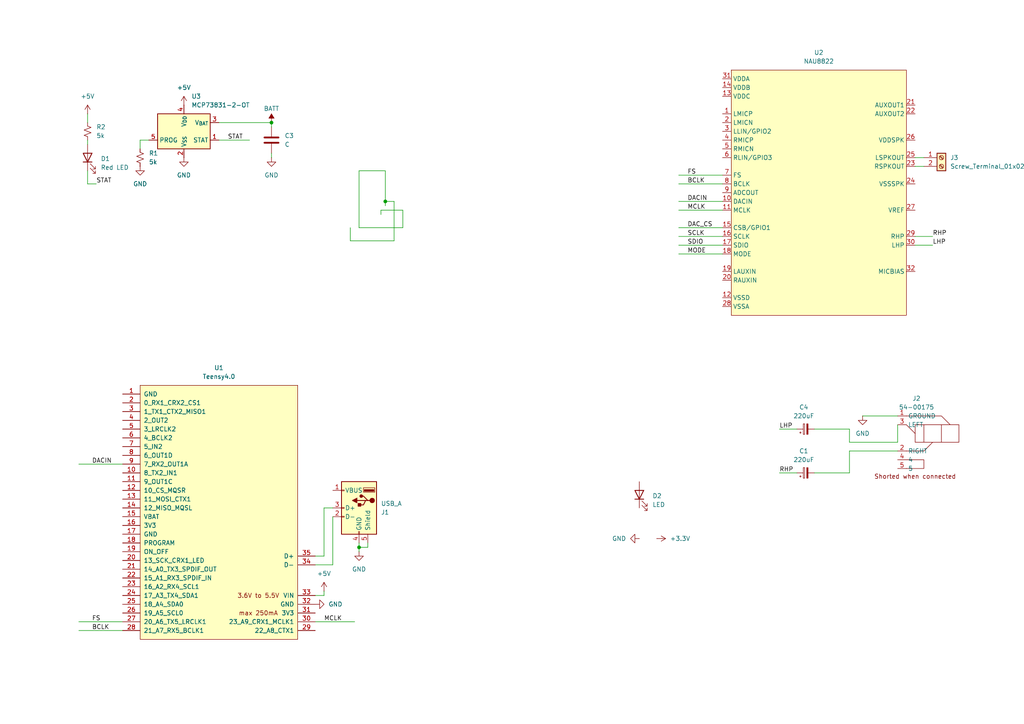
<source format=kicad_sch>
(kicad_sch
	(version 20231120)
	(generator "eeschema")
	(generator_version "8.0")
	(uuid "546cb0de-483e-40e2-898d-614ba33b81e8")
	(paper "A4")
	(lib_symbols
		(symbol "Battery_Management:MCP73831-2-OT"
			(exclude_from_sim no)
			(in_bom yes)
			(on_board yes)
			(property "Reference" "U"
				(at -7.62 6.35 0)
				(effects
					(font
						(size 1.27 1.27)
					)
					(justify left)
				)
			)
			(property "Value" "MCP73831-2-OT"
				(at 1.27 6.35 0)
				(effects
					(font
						(size 1.27 1.27)
					)
					(justify left)
				)
			)
			(property "Footprint" "Package_TO_SOT_SMD:SOT-23-5"
				(at 1.27 -6.35 0)
				(effects
					(font
						(size 1.27 1.27)
						(italic yes)
					)
					(justify left)
					(hide yes)
				)
			)
			(property "Datasheet" "http://ww1.microchip.com/downloads/en/DeviceDoc/20001984g.pdf"
				(at 0 -18.288 0)
				(effects
					(font
						(size 1.27 1.27)
					)
					(hide yes)
				)
			)
			(property "Description" "Single cell, Li-Ion/Li-Po charge management controller, 4.20V, Tri-State Status Output, in SOT23-5 package"
				(at 0 0 0)
				(effects
					(font
						(size 1.27 1.27)
					)
					(hide yes)
				)
			)
			(property "ki_keywords" "battery charger lithium"
				(at 0 0 0)
				(effects
					(font
						(size 1.27 1.27)
					)
					(hide yes)
				)
			)
			(property "ki_fp_filters" "SOT?23*"
				(at 0 0 0)
				(effects
					(font
						(size 1.27 1.27)
					)
					(hide yes)
				)
			)
			(symbol "MCP73831-2-OT_0_1"
				(rectangle
					(start -7.62 5.08)
					(end 7.62 -5.08)
					(stroke
						(width 0.254)
						(type default)
					)
					(fill
						(type background)
					)
				)
			)
			(symbol "MCP73831-2-OT_1_1"
				(pin tri_state line
					(at 10.16 -2.54 180)
					(length 2.54)
					(name "STAT"
						(effects
							(font
								(size 1.27 1.27)
							)
						)
					)
					(number "1"
						(effects
							(font
								(size 1.27 1.27)
							)
						)
					)
				)
				(pin power_in line
					(at 0 -7.62 90)
					(length 2.54)
					(name "V_{SS}"
						(effects
							(font
								(size 1.27 1.27)
							)
						)
					)
					(number "2"
						(effects
							(font
								(size 1.27 1.27)
							)
						)
					)
				)
				(pin power_out line
					(at 10.16 2.54 180)
					(length 2.54)
					(name "V_{BAT}"
						(effects
							(font
								(size 1.27 1.27)
							)
						)
					)
					(number "3"
						(effects
							(font
								(size 1.27 1.27)
							)
						)
					)
				)
				(pin power_in line
					(at 0 7.62 270)
					(length 2.54)
					(name "V_{DD}"
						(effects
							(font
								(size 1.27 1.27)
							)
						)
					)
					(number "4"
						(effects
							(font
								(size 1.27 1.27)
							)
						)
					)
				)
				(pin input line
					(at -10.16 -2.54 0)
					(length 2.54)
					(name "PROG"
						(effects
							(font
								(size 1.27 1.27)
							)
						)
					)
					(number "5"
						(effects
							(font
								(size 1.27 1.27)
							)
						)
					)
				)
			)
		)
		(symbol "Connector:Screw_Terminal_01x02"
			(pin_names
				(offset 1.016) hide)
			(exclude_from_sim no)
			(in_bom yes)
			(on_board yes)
			(property "Reference" "J"
				(at 0 2.54 0)
				(effects
					(font
						(size 1.27 1.27)
					)
				)
			)
			(property "Value" "Screw_Terminal_01x02"
				(at 0 -5.08 0)
				(effects
					(font
						(size 1.27 1.27)
					)
				)
			)
			(property "Footprint" ""
				(at 0 0 0)
				(effects
					(font
						(size 1.27 1.27)
					)
					(hide yes)
				)
			)
			(property "Datasheet" "~"
				(at 0 0 0)
				(effects
					(font
						(size 1.27 1.27)
					)
					(hide yes)
				)
			)
			(property "Description" "Generic screw terminal, single row, 01x02, script generated (kicad-library-utils/schlib/autogen/connector/)"
				(at 0 0 0)
				(effects
					(font
						(size 1.27 1.27)
					)
					(hide yes)
				)
			)
			(property "ki_keywords" "screw terminal"
				(at 0 0 0)
				(effects
					(font
						(size 1.27 1.27)
					)
					(hide yes)
				)
			)
			(property "ki_fp_filters" "TerminalBlock*:*"
				(at 0 0 0)
				(effects
					(font
						(size 1.27 1.27)
					)
					(hide yes)
				)
			)
			(symbol "Screw_Terminal_01x02_1_1"
				(rectangle
					(start -1.27 1.27)
					(end 1.27 -3.81)
					(stroke
						(width 0.254)
						(type default)
					)
					(fill
						(type background)
					)
				)
				(circle
					(center 0 -2.54)
					(radius 0.635)
					(stroke
						(width 0.1524)
						(type default)
					)
					(fill
						(type none)
					)
				)
				(polyline
					(pts
						(xy -0.5334 -2.2098) (xy 0.3302 -3.048)
					)
					(stroke
						(width 0.1524)
						(type default)
					)
					(fill
						(type none)
					)
				)
				(polyline
					(pts
						(xy -0.5334 0.3302) (xy 0.3302 -0.508)
					)
					(stroke
						(width 0.1524)
						(type default)
					)
					(fill
						(type none)
					)
				)
				(polyline
					(pts
						(xy -0.3556 -2.032) (xy 0.508 -2.8702)
					)
					(stroke
						(width 0.1524)
						(type default)
					)
					(fill
						(type none)
					)
				)
				(polyline
					(pts
						(xy -0.3556 0.508) (xy 0.508 -0.3302)
					)
					(stroke
						(width 0.1524)
						(type default)
					)
					(fill
						(type none)
					)
				)
				(circle
					(center 0 0)
					(radius 0.635)
					(stroke
						(width 0.1524)
						(type default)
					)
					(fill
						(type none)
					)
				)
				(pin passive line
					(at -5.08 0 0)
					(length 3.81)
					(name "Pin_1"
						(effects
							(font
								(size 1.27 1.27)
							)
						)
					)
					(number "1"
						(effects
							(font
								(size 1.27 1.27)
							)
						)
					)
				)
				(pin passive line
					(at -5.08 -2.54 0)
					(length 3.81)
					(name "Pin_2"
						(effects
							(font
								(size 1.27 1.27)
							)
						)
					)
					(number "2"
						(effects
							(font
								(size 1.27 1.27)
							)
						)
					)
				)
			)
		)
		(symbol "Connector:USB_A"
			(pin_names
				(offset 1.016)
			)
			(exclude_from_sim no)
			(in_bom yes)
			(on_board yes)
			(property "Reference" "J"
				(at -5.08 11.43 0)
				(effects
					(font
						(size 1.27 1.27)
					)
					(justify left)
				)
			)
			(property "Value" "USB_A"
				(at -5.08 8.89 0)
				(effects
					(font
						(size 1.27 1.27)
					)
					(justify left)
				)
			)
			(property "Footprint" ""
				(at 3.81 -1.27 0)
				(effects
					(font
						(size 1.27 1.27)
					)
					(hide yes)
				)
			)
			(property "Datasheet" "~"
				(at 3.81 -1.27 0)
				(effects
					(font
						(size 1.27 1.27)
					)
					(hide yes)
				)
			)
			(property "Description" "USB Type A connector"
				(at 0 0 0)
				(effects
					(font
						(size 1.27 1.27)
					)
					(hide yes)
				)
			)
			(property "ki_keywords" "connector USB"
				(at 0 0 0)
				(effects
					(font
						(size 1.27 1.27)
					)
					(hide yes)
				)
			)
			(property "ki_fp_filters" "USB*"
				(at 0 0 0)
				(effects
					(font
						(size 1.27 1.27)
					)
					(hide yes)
				)
			)
			(symbol "USB_A_0_1"
				(rectangle
					(start -5.08 -7.62)
					(end 5.08 7.62)
					(stroke
						(width 0.254)
						(type default)
					)
					(fill
						(type background)
					)
				)
				(circle
					(center -3.81 2.159)
					(radius 0.635)
					(stroke
						(width 0.254)
						(type default)
					)
					(fill
						(type outline)
					)
				)
				(rectangle
					(start -1.524 4.826)
					(end -4.318 5.334)
					(stroke
						(width 0)
						(type default)
					)
					(fill
						(type outline)
					)
				)
				(rectangle
					(start -1.27 4.572)
					(end -4.572 5.842)
					(stroke
						(width 0)
						(type default)
					)
					(fill
						(type none)
					)
				)
				(circle
					(center -0.635 3.429)
					(radius 0.381)
					(stroke
						(width 0.254)
						(type default)
					)
					(fill
						(type outline)
					)
				)
				(rectangle
					(start -0.127 -7.62)
					(end 0.127 -6.858)
					(stroke
						(width 0)
						(type default)
					)
					(fill
						(type none)
					)
				)
				(polyline
					(pts
						(xy -3.175 2.159) (xy -2.54 2.159) (xy -1.27 3.429) (xy -0.635 3.429)
					)
					(stroke
						(width 0.254)
						(type default)
					)
					(fill
						(type none)
					)
				)
				(polyline
					(pts
						(xy -2.54 2.159) (xy -1.905 2.159) (xy -1.27 0.889) (xy 0 0.889)
					)
					(stroke
						(width 0.254)
						(type default)
					)
					(fill
						(type none)
					)
				)
				(polyline
					(pts
						(xy 0.635 2.794) (xy 0.635 1.524) (xy 1.905 2.159) (xy 0.635 2.794)
					)
					(stroke
						(width 0.254)
						(type default)
					)
					(fill
						(type outline)
					)
				)
				(rectangle
					(start 0.254 1.27)
					(end -0.508 0.508)
					(stroke
						(width 0.254)
						(type default)
					)
					(fill
						(type outline)
					)
				)
				(rectangle
					(start 5.08 -2.667)
					(end 4.318 -2.413)
					(stroke
						(width 0)
						(type default)
					)
					(fill
						(type none)
					)
				)
				(rectangle
					(start 5.08 -0.127)
					(end 4.318 0.127)
					(stroke
						(width 0)
						(type default)
					)
					(fill
						(type none)
					)
				)
				(rectangle
					(start 5.08 4.953)
					(end 4.318 5.207)
					(stroke
						(width 0)
						(type default)
					)
					(fill
						(type none)
					)
				)
			)
			(symbol "USB_A_1_1"
				(polyline
					(pts
						(xy -1.905 2.159) (xy 0.635 2.159)
					)
					(stroke
						(width 0.254)
						(type default)
					)
					(fill
						(type none)
					)
				)
				(pin power_in line
					(at 7.62 5.08 180)
					(length 2.54)
					(name "VBUS"
						(effects
							(font
								(size 1.27 1.27)
							)
						)
					)
					(number "1"
						(effects
							(font
								(size 1.27 1.27)
							)
						)
					)
				)
				(pin bidirectional line
					(at 7.62 -2.54 180)
					(length 2.54)
					(name "D-"
						(effects
							(font
								(size 1.27 1.27)
							)
						)
					)
					(number "2"
						(effects
							(font
								(size 1.27 1.27)
							)
						)
					)
				)
				(pin bidirectional line
					(at 7.62 0 180)
					(length 2.54)
					(name "D+"
						(effects
							(font
								(size 1.27 1.27)
							)
						)
					)
					(number "3"
						(effects
							(font
								(size 1.27 1.27)
							)
						)
					)
				)
				(pin power_in line
					(at 0 -10.16 90)
					(length 2.54)
					(name "GND"
						(effects
							(font
								(size 1.27 1.27)
							)
						)
					)
					(number "4"
						(effects
							(font
								(size 1.27 1.27)
							)
						)
					)
				)
				(pin passive line
					(at -2.54 -10.16 90)
					(length 2.54)
					(name "Shield"
						(effects
							(font
								(size 1.27 1.27)
							)
						)
					)
					(number "5"
						(effects
							(font
								(size 1.27 1.27)
							)
						)
					)
				)
			)
		)
		(symbol "Device:C"
			(pin_numbers hide)
			(pin_names
				(offset 0.254)
			)
			(exclude_from_sim no)
			(in_bom yes)
			(on_board yes)
			(property "Reference" "C"
				(at 0.635 2.54 0)
				(effects
					(font
						(size 1.27 1.27)
					)
					(justify left)
				)
			)
			(property "Value" "C"
				(at 0.635 -2.54 0)
				(effects
					(font
						(size 1.27 1.27)
					)
					(justify left)
				)
			)
			(property "Footprint" ""
				(at 0.9652 -3.81 0)
				(effects
					(font
						(size 1.27 1.27)
					)
					(hide yes)
				)
			)
			(property "Datasheet" "~"
				(at 0 0 0)
				(effects
					(font
						(size 1.27 1.27)
					)
					(hide yes)
				)
			)
			(property "Description" "Unpolarized capacitor"
				(at 0 0 0)
				(effects
					(font
						(size 1.27 1.27)
					)
					(hide yes)
				)
			)
			(property "ki_keywords" "cap capacitor"
				(at 0 0 0)
				(effects
					(font
						(size 1.27 1.27)
					)
					(hide yes)
				)
			)
			(property "ki_fp_filters" "C_*"
				(at 0 0 0)
				(effects
					(font
						(size 1.27 1.27)
					)
					(hide yes)
				)
			)
			(symbol "C_0_1"
				(polyline
					(pts
						(xy -2.032 -0.762) (xy 2.032 -0.762)
					)
					(stroke
						(width 0.508)
						(type default)
					)
					(fill
						(type none)
					)
				)
				(polyline
					(pts
						(xy -2.032 0.762) (xy 2.032 0.762)
					)
					(stroke
						(width 0.508)
						(type default)
					)
					(fill
						(type none)
					)
				)
			)
			(symbol "C_1_1"
				(pin passive line
					(at 0 3.81 270)
					(length 2.794)
					(name "~"
						(effects
							(font
								(size 1.27 1.27)
							)
						)
					)
					(number "1"
						(effects
							(font
								(size 1.27 1.27)
							)
						)
					)
				)
				(pin passive line
					(at 0 -3.81 90)
					(length 2.794)
					(name "~"
						(effects
							(font
								(size 1.27 1.27)
							)
						)
					)
					(number "2"
						(effects
							(font
								(size 1.27 1.27)
							)
						)
					)
				)
			)
		)
		(symbol "Device:C_Polarized_Small"
			(pin_numbers hide)
			(pin_names
				(offset 0.254) hide)
			(exclude_from_sim no)
			(in_bom yes)
			(on_board yes)
			(property "Reference" "C"
				(at 0.254 1.778 0)
				(effects
					(font
						(size 1.27 1.27)
					)
					(justify left)
				)
			)
			(property "Value" "C_Polarized_Small"
				(at 0.254 -2.032 0)
				(effects
					(font
						(size 1.27 1.27)
					)
					(justify left)
				)
			)
			(property "Footprint" ""
				(at 0 0 0)
				(effects
					(font
						(size 1.27 1.27)
					)
					(hide yes)
				)
			)
			(property "Datasheet" "~"
				(at 0 0 0)
				(effects
					(font
						(size 1.27 1.27)
					)
					(hide yes)
				)
			)
			(property "Description" "Polarized capacitor, small symbol"
				(at 0 0 0)
				(effects
					(font
						(size 1.27 1.27)
					)
					(hide yes)
				)
			)
			(property "ki_keywords" "cap capacitor"
				(at 0 0 0)
				(effects
					(font
						(size 1.27 1.27)
					)
					(hide yes)
				)
			)
			(property "ki_fp_filters" "CP_*"
				(at 0 0 0)
				(effects
					(font
						(size 1.27 1.27)
					)
					(hide yes)
				)
			)
			(symbol "C_Polarized_Small_0_1"
				(rectangle
					(start -1.524 -0.3048)
					(end 1.524 -0.6858)
					(stroke
						(width 0)
						(type default)
					)
					(fill
						(type outline)
					)
				)
				(rectangle
					(start -1.524 0.6858)
					(end 1.524 0.3048)
					(stroke
						(width 0)
						(type default)
					)
					(fill
						(type none)
					)
				)
				(polyline
					(pts
						(xy -1.27 1.524) (xy -0.762 1.524)
					)
					(stroke
						(width 0)
						(type default)
					)
					(fill
						(type none)
					)
				)
				(polyline
					(pts
						(xy -1.016 1.27) (xy -1.016 1.778)
					)
					(stroke
						(width 0)
						(type default)
					)
					(fill
						(type none)
					)
				)
			)
			(symbol "C_Polarized_Small_1_1"
				(pin passive line
					(at 0 2.54 270)
					(length 1.8542)
					(name "~"
						(effects
							(font
								(size 1.27 1.27)
							)
						)
					)
					(number "1"
						(effects
							(font
								(size 1.27 1.27)
							)
						)
					)
				)
				(pin passive line
					(at 0 -2.54 90)
					(length 1.8542)
					(name "~"
						(effects
							(font
								(size 1.27 1.27)
							)
						)
					)
					(number "2"
						(effects
							(font
								(size 1.27 1.27)
							)
						)
					)
				)
			)
		)
		(symbol "Device:LED"
			(pin_numbers hide)
			(pin_names
				(offset 1.016) hide)
			(exclude_from_sim no)
			(in_bom yes)
			(on_board yes)
			(property "Reference" "D"
				(at 0 2.54 0)
				(effects
					(font
						(size 1.27 1.27)
					)
				)
			)
			(property "Value" "LED"
				(at 0 -2.54 0)
				(effects
					(font
						(size 1.27 1.27)
					)
				)
			)
			(property "Footprint" ""
				(at 0 0 0)
				(effects
					(font
						(size 1.27 1.27)
					)
					(hide yes)
				)
			)
			(property "Datasheet" "~"
				(at 0 0 0)
				(effects
					(font
						(size 1.27 1.27)
					)
					(hide yes)
				)
			)
			(property "Description" "Light emitting diode"
				(at 0 0 0)
				(effects
					(font
						(size 1.27 1.27)
					)
					(hide yes)
				)
			)
			(property "ki_keywords" "LED diode"
				(at 0 0 0)
				(effects
					(font
						(size 1.27 1.27)
					)
					(hide yes)
				)
			)
			(property "ki_fp_filters" "LED* LED_SMD:* LED_THT:*"
				(at 0 0 0)
				(effects
					(font
						(size 1.27 1.27)
					)
					(hide yes)
				)
			)
			(symbol "LED_0_1"
				(polyline
					(pts
						(xy -1.27 -1.27) (xy -1.27 1.27)
					)
					(stroke
						(width 0.254)
						(type default)
					)
					(fill
						(type none)
					)
				)
				(polyline
					(pts
						(xy -1.27 0) (xy 1.27 0)
					)
					(stroke
						(width 0)
						(type default)
					)
					(fill
						(type none)
					)
				)
				(polyline
					(pts
						(xy 1.27 -1.27) (xy 1.27 1.27) (xy -1.27 0) (xy 1.27 -1.27)
					)
					(stroke
						(width 0.254)
						(type default)
					)
					(fill
						(type none)
					)
				)
				(polyline
					(pts
						(xy -3.048 -0.762) (xy -4.572 -2.286) (xy -3.81 -2.286) (xy -4.572 -2.286) (xy -4.572 -1.524)
					)
					(stroke
						(width 0)
						(type default)
					)
					(fill
						(type none)
					)
				)
				(polyline
					(pts
						(xy -1.778 -0.762) (xy -3.302 -2.286) (xy -2.54 -2.286) (xy -3.302 -2.286) (xy -3.302 -1.524)
					)
					(stroke
						(width 0)
						(type default)
					)
					(fill
						(type none)
					)
				)
			)
			(symbol "LED_1_1"
				(pin passive line
					(at -3.81 0 0)
					(length 2.54)
					(name "K"
						(effects
							(font
								(size 1.27 1.27)
							)
						)
					)
					(number "1"
						(effects
							(font
								(size 1.27 1.27)
							)
						)
					)
				)
				(pin passive line
					(at 3.81 0 180)
					(length 2.54)
					(name "A"
						(effects
							(font
								(size 1.27 1.27)
							)
						)
					)
					(number "2"
						(effects
							(font
								(size 1.27 1.27)
							)
						)
					)
				)
			)
		)
		(symbol "Device:R_Small_US"
			(pin_numbers hide)
			(pin_names
				(offset 0.254) hide)
			(exclude_from_sim no)
			(in_bom yes)
			(on_board yes)
			(property "Reference" "R"
				(at 0.762 0.508 0)
				(effects
					(font
						(size 1.27 1.27)
					)
					(justify left)
				)
			)
			(property "Value" "R_Small_US"
				(at 0.762 -1.016 0)
				(effects
					(font
						(size 1.27 1.27)
					)
					(justify left)
				)
			)
			(property "Footprint" ""
				(at 0 0 0)
				(effects
					(font
						(size 1.27 1.27)
					)
					(hide yes)
				)
			)
			(property "Datasheet" "~"
				(at 0 0 0)
				(effects
					(font
						(size 1.27 1.27)
					)
					(hide yes)
				)
			)
			(property "Description" "Resistor, small US symbol"
				(at 0 0 0)
				(effects
					(font
						(size 1.27 1.27)
					)
					(hide yes)
				)
			)
			(property "ki_keywords" "r resistor"
				(at 0 0 0)
				(effects
					(font
						(size 1.27 1.27)
					)
					(hide yes)
				)
			)
			(property "ki_fp_filters" "R_*"
				(at 0 0 0)
				(effects
					(font
						(size 1.27 1.27)
					)
					(hide yes)
				)
			)
			(symbol "R_Small_US_1_1"
				(polyline
					(pts
						(xy 0 0) (xy 1.016 -0.381) (xy 0 -0.762) (xy -1.016 -1.143) (xy 0 -1.524)
					)
					(stroke
						(width 0)
						(type default)
					)
					(fill
						(type none)
					)
				)
				(polyline
					(pts
						(xy 0 1.524) (xy 1.016 1.143) (xy 0 0.762) (xy -1.016 0.381) (xy 0 0)
					)
					(stroke
						(width 0)
						(type default)
					)
					(fill
						(type none)
					)
				)
				(pin passive line
					(at 0 2.54 270)
					(length 1.016)
					(name "~"
						(effects
							(font
								(size 1.27 1.27)
							)
						)
					)
					(number "1"
						(effects
							(font
								(size 1.27 1.27)
							)
						)
					)
				)
				(pin passive line
					(at 0 -2.54 90)
					(length 1.016)
					(name "~"
						(effects
							(font
								(size 1.27 1.27)
							)
						)
					)
					(number "2"
						(effects
							(font
								(size 1.27 1.27)
							)
						)
					)
				)
			)
		)
		(symbol "power:+3.3V"
			(power)
			(pin_numbers hide)
			(pin_names
				(offset 0) hide)
			(exclude_from_sim no)
			(in_bom yes)
			(on_board yes)
			(property "Reference" "#PWR"
				(at 0 -3.81 0)
				(effects
					(font
						(size 1.27 1.27)
					)
					(hide yes)
				)
			)
			(property "Value" "+3.3V"
				(at 0 3.556 0)
				(effects
					(font
						(size 1.27 1.27)
					)
				)
			)
			(property "Footprint" ""
				(at 0 0 0)
				(effects
					(font
						(size 1.27 1.27)
					)
					(hide yes)
				)
			)
			(property "Datasheet" ""
				(at 0 0 0)
				(effects
					(font
						(size 1.27 1.27)
					)
					(hide yes)
				)
			)
			(property "Description" "Power symbol creates a global label with name \"+3.3V\""
				(at 0 0 0)
				(effects
					(font
						(size 1.27 1.27)
					)
					(hide yes)
				)
			)
			(property "ki_keywords" "global power"
				(at 0 0 0)
				(effects
					(font
						(size 1.27 1.27)
					)
					(hide yes)
				)
			)
			(symbol "+3.3V_0_1"
				(polyline
					(pts
						(xy -0.762 1.27) (xy 0 2.54)
					)
					(stroke
						(width 0)
						(type default)
					)
					(fill
						(type none)
					)
				)
				(polyline
					(pts
						(xy 0 0) (xy 0 2.54)
					)
					(stroke
						(width 0)
						(type default)
					)
					(fill
						(type none)
					)
				)
				(polyline
					(pts
						(xy 0 2.54) (xy 0.762 1.27)
					)
					(stroke
						(width 0)
						(type default)
					)
					(fill
						(type none)
					)
				)
			)
			(symbol "+3.3V_1_1"
				(pin power_in line
					(at 0 0 90)
					(length 0)
					(name "~"
						(effects
							(font
								(size 1.27 1.27)
							)
						)
					)
					(number "1"
						(effects
							(font
								(size 1.27 1.27)
							)
						)
					)
				)
			)
		)
		(symbol "power:+5V"
			(power)
			(pin_numbers hide)
			(pin_names
				(offset 0) hide)
			(exclude_from_sim no)
			(in_bom yes)
			(on_board yes)
			(property "Reference" "#PWR"
				(at 0 -3.81 0)
				(effects
					(font
						(size 1.27 1.27)
					)
					(hide yes)
				)
			)
			(property "Value" "+5V"
				(at 0 3.556 0)
				(effects
					(font
						(size 1.27 1.27)
					)
				)
			)
			(property "Footprint" ""
				(at 0 0 0)
				(effects
					(font
						(size 1.27 1.27)
					)
					(hide yes)
				)
			)
			(property "Datasheet" ""
				(at 0 0 0)
				(effects
					(font
						(size 1.27 1.27)
					)
					(hide yes)
				)
			)
			(property "Description" "Power symbol creates a global label with name \"+5V\""
				(at 0 0 0)
				(effects
					(font
						(size 1.27 1.27)
					)
					(hide yes)
				)
			)
			(property "ki_keywords" "global power"
				(at 0 0 0)
				(effects
					(font
						(size 1.27 1.27)
					)
					(hide yes)
				)
			)
			(symbol "+5V_0_1"
				(polyline
					(pts
						(xy -0.762 1.27) (xy 0 2.54)
					)
					(stroke
						(width 0)
						(type default)
					)
					(fill
						(type none)
					)
				)
				(polyline
					(pts
						(xy 0 0) (xy 0 2.54)
					)
					(stroke
						(width 0)
						(type default)
					)
					(fill
						(type none)
					)
				)
				(polyline
					(pts
						(xy 0 2.54) (xy 0.762 1.27)
					)
					(stroke
						(width 0)
						(type default)
					)
					(fill
						(type none)
					)
				)
			)
			(symbol "+5V_1_1"
				(pin power_in line
					(at 0 0 90)
					(length 0)
					(name "~"
						(effects
							(font
								(size 1.27 1.27)
							)
						)
					)
					(number "1"
						(effects
							(font
								(size 1.27 1.27)
							)
						)
					)
				)
			)
		)
		(symbol "power:-BATT"
			(power)
			(pin_numbers hide)
			(pin_names
				(offset 0) hide)
			(exclude_from_sim no)
			(in_bom yes)
			(on_board yes)
			(property "Reference" "#PWR"
				(at 0 -3.81 0)
				(effects
					(font
						(size 1.27 1.27)
					)
					(hide yes)
				)
			)
			(property "Value" "-BATT"
				(at 0 3.556 0)
				(effects
					(font
						(size 1.27 1.27)
					)
				)
			)
			(property "Footprint" ""
				(at 0 0 0)
				(effects
					(font
						(size 1.27 1.27)
					)
					(hide yes)
				)
			)
			(property "Datasheet" ""
				(at 0 0 0)
				(effects
					(font
						(size 1.27 1.27)
					)
					(hide yes)
				)
			)
			(property "Description" "Power symbol creates a global label with name \"-BATT\""
				(at 0 0 0)
				(effects
					(font
						(size 1.27 1.27)
					)
					(hide yes)
				)
			)
			(property "ki_keywords" "global power battery"
				(at 0 0 0)
				(effects
					(font
						(size 1.27 1.27)
					)
					(hide yes)
				)
			)
			(symbol "-BATT_0_1"
				(polyline
					(pts
						(xy 0 0) (xy 0 2.54)
					)
					(stroke
						(width 0)
						(type default)
					)
					(fill
						(type none)
					)
				)
				(polyline
					(pts
						(xy 0.762 1.27) (xy -0.762 1.27) (xy 0 2.54) (xy 0.762 1.27)
					)
					(stroke
						(width 0)
						(type default)
					)
					(fill
						(type outline)
					)
				)
			)
			(symbol "-BATT_1_1"
				(pin power_in line
					(at 0 0 90)
					(length 0)
					(name "~"
						(effects
							(font
								(size 1.27 1.27)
							)
						)
					)
					(number "1"
						(effects
							(font
								(size 1.27 1.27)
							)
						)
					)
				)
			)
		)
		(symbol "power:GND"
			(power)
			(pin_numbers hide)
			(pin_names
				(offset 0) hide)
			(exclude_from_sim no)
			(in_bom yes)
			(on_board yes)
			(property "Reference" "#PWR"
				(at 0 -6.35 0)
				(effects
					(font
						(size 1.27 1.27)
					)
					(hide yes)
				)
			)
			(property "Value" "GND"
				(at 0 -3.81 0)
				(effects
					(font
						(size 1.27 1.27)
					)
				)
			)
			(property "Footprint" ""
				(at 0 0 0)
				(effects
					(font
						(size 1.27 1.27)
					)
					(hide yes)
				)
			)
			(property "Datasheet" ""
				(at 0 0 0)
				(effects
					(font
						(size 1.27 1.27)
					)
					(hide yes)
				)
			)
			(property "Description" "Power symbol creates a global label with name \"GND\" , ground"
				(at 0 0 0)
				(effects
					(font
						(size 1.27 1.27)
					)
					(hide yes)
				)
			)
			(property "ki_keywords" "global power"
				(at 0 0 0)
				(effects
					(font
						(size 1.27 1.27)
					)
					(hide yes)
				)
			)
			(symbol "GND_0_1"
				(polyline
					(pts
						(xy 0 0) (xy 0 -1.27) (xy 1.27 -1.27) (xy 0 -2.54) (xy -1.27 -1.27) (xy 0 -1.27)
					)
					(stroke
						(width 0)
						(type default)
					)
					(fill
						(type none)
					)
				)
			)
			(symbol "GND_1_1"
				(pin power_in line
					(at 0 0 270)
					(length 0)
					(name "~"
						(effects
							(font
								(size 1.27 1.27)
							)
						)
					)
					(number "1"
						(effects
							(font
								(size 1.27 1.27)
							)
						)
					)
				)
			)
		)
		(symbol "teensy:Teensy4.0"
			(pin_names
				(offset 1.016)
			)
			(exclude_from_sim no)
			(in_bom yes)
			(on_board yes)
			(property "Reference" "U"
				(at 0 39.37 0)
				(effects
					(font
						(size 1.27 1.27)
					)
				)
			)
			(property "Value" "Teensy4.0"
				(at 0 -39.37 0)
				(effects
					(font
						(size 1.27 1.27)
					)
				)
			)
			(property "Footprint" "tim:Teensy40"
				(at -10.16 5.08 0)
				(effects
					(font
						(size 1.27 1.27)
					)
					(hide yes)
				)
			)
			(property "Datasheet" ""
				(at -10.16 5.08 0)
				(effects
					(font
						(size 1.27 1.27)
					)
					(hide yes)
				)
			)
			(property "Description" ""
				(at 0 0 0)
				(effects
					(font
						(size 1.27 1.27)
					)
					(hide yes)
				)
			)
			(symbol "Teensy4.0_0_0"
				(text "3.6V to 5.5V"
					(at 11.43 -24.13 0)
					(effects
						(font
							(size 1.27 1.27)
						)
					)
				)
				(text "max 250mA"
					(at 11.43 -29.21 0)
					(effects
						(font
							(size 1.27 1.27)
						)
					)
				)
				(pin bidirectional line
					(at -27.94 11.43 0)
					(length 5.08)
					(name "8_TX2_IN1"
						(effects
							(font
								(size 1.27 1.27)
							)
						)
					)
					(number "10"
						(effects
							(font
								(size 1.27 1.27)
							)
						)
					)
				)
				(pin bidirectional line
					(at -27.94 8.89 0)
					(length 5.08)
					(name "9_OUT1C"
						(effects
							(font
								(size 1.27 1.27)
							)
						)
					)
					(number "11"
						(effects
							(font
								(size 1.27 1.27)
							)
						)
					)
				)
				(pin bidirectional line
					(at -27.94 6.35 0)
					(length 5.08)
					(name "10_CS_MQSR"
						(effects
							(font
								(size 1.27 1.27)
							)
						)
					)
					(number "12"
						(effects
							(font
								(size 1.27 1.27)
							)
						)
					)
				)
				(pin bidirectional line
					(at -27.94 3.81 0)
					(length 5.08)
					(name "11_MOSI_CTX1"
						(effects
							(font
								(size 1.27 1.27)
							)
						)
					)
					(number "13"
						(effects
							(font
								(size 1.27 1.27)
							)
						)
					)
				)
				(pin bidirectional line
					(at -27.94 1.27 0)
					(length 5.08)
					(name "12_MISO_MQSL"
						(effects
							(font
								(size 1.27 1.27)
							)
						)
					)
					(number "14"
						(effects
							(font
								(size 1.27 1.27)
							)
						)
					)
				)
				(pin power_in line
					(at -27.94 -1.27 0)
					(length 5.08)
					(name "VBAT"
						(effects
							(font
								(size 1.27 1.27)
							)
						)
					)
					(number "15"
						(effects
							(font
								(size 1.27 1.27)
							)
						)
					)
				)
				(pin power_in line
					(at -27.94 -3.81 0)
					(length 5.08)
					(name "3V3"
						(effects
							(font
								(size 1.27 1.27)
							)
						)
					)
					(number "16"
						(effects
							(font
								(size 1.27 1.27)
							)
						)
					)
				)
				(pin power_in line
					(at -27.94 -6.35 0)
					(length 5.08)
					(name "GND"
						(effects
							(font
								(size 1.27 1.27)
							)
						)
					)
					(number "17"
						(effects
							(font
								(size 1.27 1.27)
							)
						)
					)
				)
				(pin input line
					(at -27.94 -8.89 0)
					(length 5.08)
					(name "PROGRAM"
						(effects
							(font
								(size 1.27 1.27)
							)
						)
					)
					(number "18"
						(effects
							(font
								(size 1.27 1.27)
							)
						)
					)
				)
				(pin input line
					(at -27.94 -11.43 0)
					(length 5.08)
					(name "ON_OFF"
						(effects
							(font
								(size 1.27 1.27)
							)
						)
					)
					(number "19"
						(effects
							(font
								(size 1.27 1.27)
							)
						)
					)
				)
				(pin bidirectional line
					(at -27.94 -13.97 0)
					(length 5.08)
					(name "13_SCK_CRX1_LED"
						(effects
							(font
								(size 1.27 1.27)
							)
						)
					)
					(number "20"
						(effects
							(font
								(size 1.27 1.27)
							)
						)
					)
				)
				(pin bidirectional line
					(at -27.94 -16.51 0)
					(length 5.08)
					(name "14_A0_TX3_SPDIF_OUT"
						(effects
							(font
								(size 1.27 1.27)
							)
						)
					)
					(number "21"
						(effects
							(font
								(size 1.27 1.27)
							)
						)
					)
				)
				(pin bidirectional line
					(at -27.94 -19.05 0)
					(length 5.08)
					(name "15_A1_RX3_SPDIF_IN"
						(effects
							(font
								(size 1.27 1.27)
							)
						)
					)
					(number "22"
						(effects
							(font
								(size 1.27 1.27)
							)
						)
					)
				)
				(pin bidirectional line
					(at -27.94 -21.59 0)
					(length 5.08)
					(name "16_A2_RX4_SCL1"
						(effects
							(font
								(size 1.27 1.27)
							)
						)
					)
					(number "23"
						(effects
							(font
								(size 1.27 1.27)
							)
						)
					)
				)
				(pin bidirectional line
					(at -27.94 -24.13 0)
					(length 5.08)
					(name "17_A3_TX4_SDA1"
						(effects
							(font
								(size 1.27 1.27)
							)
						)
					)
					(number "24"
						(effects
							(font
								(size 1.27 1.27)
							)
						)
					)
				)
				(pin bidirectional line
					(at -27.94 -26.67 0)
					(length 5.08)
					(name "18_A4_SDA0"
						(effects
							(font
								(size 1.27 1.27)
							)
						)
					)
					(number "25"
						(effects
							(font
								(size 1.27 1.27)
							)
						)
					)
				)
				(pin bidirectional line
					(at -27.94 -29.21 0)
					(length 5.08)
					(name "19_A5_SCL0"
						(effects
							(font
								(size 1.27 1.27)
							)
						)
					)
					(number "26"
						(effects
							(font
								(size 1.27 1.27)
							)
						)
					)
				)
				(pin bidirectional line
					(at -27.94 -31.75 0)
					(length 5.08)
					(name "20_A6_TX5_LRCLK1"
						(effects
							(font
								(size 1.27 1.27)
							)
						)
					)
					(number "27"
						(effects
							(font
								(size 1.27 1.27)
							)
						)
					)
				)
				(pin bidirectional line
					(at -27.94 -34.29 0)
					(length 5.08)
					(name "21_A7_RX5_BCLK1"
						(effects
							(font
								(size 1.27 1.27)
							)
						)
					)
					(number "28"
						(effects
							(font
								(size 1.27 1.27)
							)
						)
					)
				)
				(pin bidirectional line
					(at 27.94 -34.29 180)
					(length 5.08)
					(name "22_A8_CTX1"
						(effects
							(font
								(size 1.27 1.27)
							)
						)
					)
					(number "29"
						(effects
							(font
								(size 1.27 1.27)
							)
						)
					)
				)
				(pin bidirectional line
					(at 27.94 -31.75 180)
					(length 5.08)
					(name "23_A9_CRX1_MCLK1"
						(effects
							(font
								(size 1.27 1.27)
							)
						)
					)
					(number "30"
						(effects
							(font
								(size 1.27 1.27)
							)
						)
					)
				)
				(pin power_out line
					(at 27.94 -29.21 180)
					(length 5.08)
					(name "3V3"
						(effects
							(font
								(size 1.27 1.27)
							)
						)
					)
					(number "31"
						(effects
							(font
								(size 1.27 1.27)
							)
						)
					)
				)
				(pin power_in line
					(at 27.94 -26.67 180)
					(length 5.08)
					(name "GND"
						(effects
							(font
								(size 1.27 1.27)
							)
						)
					)
					(number "32"
						(effects
							(font
								(size 1.27 1.27)
							)
						)
					)
				)
				(pin power_in line
					(at 27.94 -24.13 180)
					(length 5.08)
					(name "VIN"
						(effects
							(font
								(size 1.27 1.27)
							)
						)
					)
					(number "33"
						(effects
							(font
								(size 1.27 1.27)
							)
						)
					)
				)
				(pin bidirectional line
					(at -27.94 24.13 0)
					(length 5.08)
					(name "3_LRCLK2"
						(effects
							(font
								(size 1.27 1.27)
							)
						)
					)
					(number "5"
						(effects
							(font
								(size 1.27 1.27)
							)
						)
					)
				)
				(pin bidirectional line
					(at -27.94 21.59 0)
					(length 5.08)
					(name "4_BCLK2"
						(effects
							(font
								(size 1.27 1.27)
							)
						)
					)
					(number "6"
						(effects
							(font
								(size 1.27 1.27)
							)
						)
					)
				)
				(pin bidirectional line
					(at -27.94 19.05 0)
					(length 5.08)
					(name "5_IN2"
						(effects
							(font
								(size 1.27 1.27)
							)
						)
					)
					(number "7"
						(effects
							(font
								(size 1.27 1.27)
							)
						)
					)
				)
				(pin bidirectional line
					(at -27.94 16.51 0)
					(length 5.08)
					(name "6_OUT1D"
						(effects
							(font
								(size 1.27 1.27)
							)
						)
					)
					(number "8"
						(effects
							(font
								(size 1.27 1.27)
							)
						)
					)
				)
				(pin bidirectional line
					(at -27.94 13.97 0)
					(length 5.08)
					(name "7_RX2_OUT1A"
						(effects
							(font
								(size 1.27 1.27)
							)
						)
					)
					(number "9"
						(effects
							(font
								(size 1.27 1.27)
							)
						)
					)
				)
			)
			(symbol "Teensy4.0_0_1"
				(rectangle
					(start -20.32 -31.75)
					(end -20.32 -31.75)
					(stroke
						(width 0)
						(type solid)
					)
					(fill
						(type none)
					)
				)
			)
			(symbol "Teensy4.0_1_0"
				(pin bidirectional line
					(at 27.94 -15.24 180)
					(length 5.08)
					(name "D-"
						(effects
							(font
								(size 1.27 1.27)
							)
						)
					)
					(number "34"
						(effects
							(font
								(size 1.27 1.27)
							)
						)
					)
				)
				(pin bidirectional line
					(at 27.94 -12.7 180)
					(length 5.08)
					(name "D+"
						(effects
							(font
								(size 1.27 1.27)
							)
						)
					)
					(number "35"
						(effects
							(font
								(size 1.27 1.27)
							)
						)
					)
				)
			)
			(symbol "Teensy4.0_1_1"
				(rectangle
					(start -22.86 36.83)
					(end 22.86 -36.83)
					(stroke
						(width 0)
						(type solid)
					)
					(fill
						(type background)
					)
				)
				(pin power_in line
					(at -27.94 34.29 0)
					(length 5.08)
					(name "GND"
						(effects
							(font
								(size 1.27 1.27)
							)
						)
					)
					(number "1"
						(effects
							(font
								(size 1.27 1.27)
							)
						)
					)
				)
				(pin bidirectional line
					(at -27.94 31.75 0)
					(length 5.08)
					(name "0_RX1_CRX2_CS1"
						(effects
							(font
								(size 1.27 1.27)
							)
						)
					)
					(number "2"
						(effects
							(font
								(size 1.27 1.27)
							)
						)
					)
				)
				(pin bidirectional line
					(at -27.94 29.21 0)
					(length 5.08)
					(name "1_TX1_CTX2_MISO1"
						(effects
							(font
								(size 1.27 1.27)
							)
						)
					)
					(number "3"
						(effects
							(font
								(size 1.27 1.27)
							)
						)
					)
				)
				(pin bidirectional line
					(at -27.94 26.67 0)
					(length 5.08)
					(name "2_OUT2"
						(effects
							(font
								(size 1.27 1.27)
							)
						)
					)
					(number "4"
						(effects
							(font
								(size 1.27 1.27)
							)
						)
					)
				)
			)
		)
		(symbol "tim:54-00175"
			(exclude_from_sim no)
			(in_bom yes)
			(on_board yes)
			(property "Reference" "J"
				(at -1.778 1.27 0)
				(effects
					(font
						(size 1.27 1.27)
					)
				)
			)
			(property "Value" "54-00175"
				(at 0 0 0)
				(effects
					(font
						(size 1.27 1.27)
					)
				)
			)
			(property "Footprint" "tim:54-00175"
				(at 0 0 0)
				(effects
					(font
						(size 1.27 1.27)
					)
					(hide yes)
				)
			)
			(property "Datasheet" "http://tensility.com/pdffiles/54-00175.pdf"
				(at 0 0 0)
				(effects
					(font
						(size 1.27 1.27)
					)
					(hide yes)
				)
			)
			(property "Description" "3.50mm (0.141\", 1/8\", Mini Plug) - Headphone Phone Jack Stereo (3 Conductor, TRS) Connector Solder"
				(at 0 0 0)
				(effects
					(font
						(size 1.27 1.27)
					)
					(hide yes)
				)
			)
			(symbol "54-00175_0_1"
				(polyline
					(pts
						(xy -7.62 2.54) (xy -7.62 -2.54)
					)
					(stroke
						(width 0)
						(type default)
					)
					(fill
						(type none)
					)
				)
				(polyline
					(pts
						(xy -2.54 2.54) (xy -2.54 -2.54)
					)
					(stroke
						(width 0)
						(type default)
					)
					(fill
						(type none)
					)
				)
				(polyline
					(pts
						(xy 2.54 2.54) (xy 0 0)
					)
					(stroke
						(width 0)
						(type default)
					)
					(fill
						(type none)
					)
				)
				(polyline
					(pts
						(xy 2.54 -5.08) (xy -2.54 -5.08) (xy -5.08 -2.54)
					)
					(stroke
						(width 0)
						(type default)
					)
					(fill
						(type none)
					)
				)
				(polyline
					(pts
						(xy 2.54 5.08) (xy -7.62 5.08) (xy -10.16 2.54)
					)
					(stroke
						(width 0)
						(type default)
					)
					(fill
						(type none)
					)
				)
				(polyline
					(pts
						(xy 2.54 -7.62) (xy -2.54 -7.62) (xy -2.54 -10.16) (xy 2.54 -10.16)
					)
					(stroke
						(width 0)
						(type default)
					)
					(fill
						(type none)
					)
				)
				(polyline
					(pts
						(xy -12.7 2.54) (xy 0 2.54) (xy 0 -2.54) (xy -12.7 -2.54) (xy -12.7 2.54)
					)
					(stroke
						(width 0)
						(type default)
					)
					(fill
						(type none)
					)
				)
			)
			(symbol "54-00175_1_1"
				(text "Shorted when connected"
					(at 0 -12.446 0)
					(effects
						(font
							(size 1.27 1.27)
						)
					)
				)
				(pin output line
					(at 5.08 5.08 180)
					(length 2.54)
					(name "GROUND"
						(effects
							(font
								(size 1.27 1.27)
							)
						)
					)
					(number "1"
						(effects
							(font
								(size 1.27 1.27)
							)
						)
					)
				)
				(pin output line
					(at 5.08 -5.08 180)
					(length 2.54)
					(name "RIGHT"
						(effects
							(font
								(size 1.27 1.27)
							)
						)
					)
					(number "2"
						(effects
							(font
								(size 1.27 1.27)
							)
						)
					)
				)
				(pin output line
					(at 5.08 2.54 180)
					(length 2.54)
					(name "LEFT"
						(effects
							(font
								(size 1.27 1.27)
							)
						)
					)
					(number "3"
						(effects
							(font
								(size 1.27 1.27)
							)
						)
					)
				)
				(pin output line
					(at 5.08 -7.62 180)
					(length 2.54)
					(name "4"
						(effects
							(font
								(size 1.27 1.27)
							)
						)
					)
					(number "4"
						(effects
							(font
								(size 1.27 1.27)
							)
						)
					)
				)
				(pin output line
					(at 5.08 -10.16 180)
					(length 2.54)
					(name "5"
						(effects
							(font
								(size 1.27 1.27)
							)
						)
					)
					(number "5"
						(effects
							(font
								(size 1.27 1.27)
							)
						)
					)
				)
			)
		)
		(symbol "tim:NAU8822"
			(exclude_from_sim no)
			(in_bom yes)
			(on_board yes)
			(property "Reference" "U"
				(at 0 0 0)
				(effects
					(font
						(size 1.27 1.27)
					)
				)
			)
			(property "Value" "NAU8822"
				(at 0 0 0)
				(effects
					(font
						(size 1.27 1.27)
					)
				)
			)
			(property "Footprint" "Package_DFN_QFN:QFN-32-1EP_5x5mm_P0.5mm_EP3.1x3.1mm"
				(at 0 0 0)
				(effects
					(font
						(size 1.27 1.27)
					)
					(hide yes)
				)
			)
			(property "Datasheet" ""
				(at 0 0 0)
				(effects
					(font
						(size 1.27 1.27)
					)
					(hide yes)
				)
			)
			(property "Description" "Audio Interface 24 b I2S, PCM 32-QFN (5x5)"
				(at 0 0 0)
				(effects
					(font
						(size 1.27 1.27)
					)
					(hide yes)
				)
			)
			(symbol "NAU8822_1_1"
				(rectangle
					(start 0 0)
					(end 50.8 -71.12)
					(stroke
						(width 0)
						(type default)
					)
					(fill
						(type background)
					)
				)
				(pin input line
					(at -2.54 -12.7 0)
					(length 2.54)
					(name "LMICP"
						(effects
							(font
								(size 1.27 1.27)
							)
						)
					)
					(number "1"
						(effects
							(font
								(size 1.27 1.27)
							)
						)
					)
				)
				(pin input line
					(at -2.54 -38.1 0)
					(length 2.54)
					(name "DACIN"
						(effects
							(font
								(size 1.27 1.27)
							)
						)
					)
					(number "10"
						(effects
							(font
								(size 1.27 1.27)
							)
						)
					)
				)
				(pin input line
					(at -2.54 -40.64 0)
					(length 2.54)
					(name "MCLK"
						(effects
							(font
								(size 1.27 1.27)
							)
						)
					)
					(number "11"
						(effects
							(font
								(size 1.27 1.27)
							)
						)
					)
				)
				(pin power_in line
					(at -2.54 -66.04 0)
					(length 2.54)
					(name "VSSD"
						(effects
							(font
								(size 1.27 1.27)
							)
						)
					)
					(number "12"
						(effects
							(font
								(size 1.27 1.27)
							)
						)
					)
				)
				(pin power_in line
					(at -2.54 -7.62 0)
					(length 2.54)
					(name "VDDC"
						(effects
							(font
								(size 1.27 1.27)
							)
						)
					)
					(number "13"
						(effects
							(font
								(size 1.27 1.27)
							)
						)
					)
				)
				(pin power_in line
					(at -2.54 -5.08 0)
					(length 2.54)
					(name "VDDB"
						(effects
							(font
								(size 1.27 1.27)
							)
						)
					)
					(number "14"
						(effects
							(font
								(size 1.27 1.27)
							)
						)
					)
				)
				(pin bidirectional line
					(at -2.54 -45.72 0)
					(length 2.54)
					(name "CSB/GPIO1"
						(effects
							(font
								(size 1.27 1.27)
							)
						)
					)
					(number "15"
						(effects
							(font
								(size 1.27 1.27)
							)
						)
					)
				)
				(pin input line
					(at -2.54 -48.26 0)
					(length 2.54)
					(name "SCLK"
						(effects
							(font
								(size 1.27 1.27)
							)
						)
					)
					(number "16"
						(effects
							(font
								(size 1.27 1.27)
							)
						)
					)
				)
				(pin bidirectional line
					(at -2.54 -50.8 0)
					(length 2.54)
					(name "SDIO"
						(effects
							(font
								(size 1.27 1.27)
							)
						)
					)
					(number "17"
						(effects
							(font
								(size 1.27 1.27)
							)
						)
					)
				)
				(pin input line
					(at -2.54 -53.34 0)
					(length 2.54)
					(name "MODE"
						(effects
							(font
								(size 1.27 1.27)
							)
						)
					)
					(number "18"
						(effects
							(font
								(size 1.27 1.27)
							)
						)
					)
				)
				(pin input line
					(at -2.54 -58.42 0)
					(length 2.54)
					(name "LAUXIN"
						(effects
							(font
								(size 1.27 1.27)
							)
						)
					)
					(number "19"
						(effects
							(font
								(size 1.27 1.27)
							)
						)
					)
				)
				(pin input line
					(at -2.54 -15.24 0)
					(length 2.54)
					(name "LMICN"
						(effects
							(font
								(size 1.27 1.27)
							)
						)
					)
					(number "2"
						(effects
							(font
								(size 1.27 1.27)
							)
						)
					)
				)
				(pin input line
					(at -2.54 -60.96 0)
					(length 2.54)
					(name "RAUXIN"
						(effects
							(font
								(size 1.27 1.27)
							)
						)
					)
					(number "20"
						(effects
							(font
								(size 1.27 1.27)
							)
						)
					)
				)
				(pin output line
					(at 53.34 -10.16 180)
					(length 2.54)
					(name "AUXOUT1"
						(effects
							(font
								(size 1.27 1.27)
							)
						)
					)
					(number "21"
						(effects
							(font
								(size 1.27 1.27)
							)
						)
					)
				)
				(pin output line
					(at 53.34 -12.7 180)
					(length 2.54)
					(name "AUXOUT2"
						(effects
							(font
								(size 1.27 1.27)
							)
						)
					)
					(number "22"
						(effects
							(font
								(size 1.27 1.27)
							)
						)
					)
				)
				(pin output line
					(at 53.34 -27.94 180)
					(length 2.54)
					(name "RSPKOUT"
						(effects
							(font
								(size 1.27 1.27)
							)
						)
					)
					(number "23"
						(effects
							(font
								(size 1.27 1.27)
							)
						)
					)
				)
				(pin output line
					(at 53.34 -33.02 180)
					(length 2.54)
					(name "VSSSPK"
						(effects
							(font
								(size 1.27 1.27)
							)
						)
					)
					(number "24"
						(effects
							(font
								(size 1.27 1.27)
							)
						)
					)
				)
				(pin output line
					(at 53.34 -25.4 180)
					(length 2.54)
					(name "LSPKOUT"
						(effects
							(font
								(size 1.27 1.27)
							)
						)
					)
					(number "25"
						(effects
							(font
								(size 1.27 1.27)
							)
						)
					)
				)
				(pin output line
					(at 53.34 -20.32 180)
					(length 2.54)
					(name "VDDSPK"
						(effects
							(font
								(size 1.27 1.27)
							)
						)
					)
					(number "26"
						(effects
							(font
								(size 1.27 1.27)
							)
						)
					)
				)
				(pin output line
					(at 53.34 -40.64 180)
					(length 2.54)
					(name "VREF"
						(effects
							(font
								(size 1.27 1.27)
							)
						)
					)
					(number "27"
						(effects
							(font
								(size 1.27 1.27)
							)
						)
					)
				)
				(pin power_in line
					(at -2.54 -68.58 0)
					(length 2.54)
					(name "VSSA"
						(effects
							(font
								(size 1.27 1.27)
							)
						)
					)
					(number "28"
						(effects
							(font
								(size 1.27 1.27)
							)
						)
					)
				)
				(pin output line
					(at 53.34 -48.26 180)
					(length 2.54)
					(name "RHP"
						(effects
							(font
								(size 1.27 1.27)
							)
						)
					)
					(number "29"
						(effects
							(font
								(size 1.27 1.27)
							)
						)
					)
				)
				(pin input line
					(at -2.54 -17.78 0)
					(length 2.54)
					(name "LLIN/GPIO2"
						(effects
							(font
								(size 1.27 1.27)
							)
						)
					)
					(number "3"
						(effects
							(font
								(size 1.27 1.27)
							)
						)
					)
				)
				(pin output line
					(at 53.34 -50.8 180)
					(length 2.54)
					(name "LHP"
						(effects
							(font
								(size 1.27 1.27)
							)
						)
					)
					(number "30"
						(effects
							(font
								(size 1.27 1.27)
							)
						)
					)
				)
				(pin power_in line
					(at -2.54 -2.54 0)
					(length 2.54)
					(name "VDDA"
						(effects
							(font
								(size 1.27 1.27)
							)
						)
					)
					(number "31"
						(effects
							(font
								(size 1.27 1.27)
							)
						)
					)
				)
				(pin output line
					(at 53.34 -58.42 180)
					(length 2.54)
					(name "MICBIAS"
						(effects
							(font
								(size 1.27 1.27)
							)
						)
					)
					(number "32"
						(effects
							(font
								(size 1.27 1.27)
							)
						)
					)
				)
				(pin input line
					(at -2.54 -20.32 0)
					(length 2.54)
					(name "RMICP"
						(effects
							(font
								(size 1.27 1.27)
							)
						)
					)
					(number "4"
						(effects
							(font
								(size 1.27 1.27)
							)
						)
					)
				)
				(pin input line
					(at -2.54 -22.86 0)
					(length 2.54)
					(name "RMICN"
						(effects
							(font
								(size 1.27 1.27)
							)
						)
					)
					(number "5"
						(effects
							(font
								(size 1.27 1.27)
							)
						)
					)
				)
				(pin input line
					(at -2.54 -25.4 0)
					(length 2.54)
					(name "RLIN/GPIO3"
						(effects
							(font
								(size 1.27 1.27)
							)
						)
					)
					(number "6"
						(effects
							(font
								(size 1.27 1.27)
							)
						)
					)
				)
				(pin bidirectional line
					(at -2.54 -30.48 0)
					(length 2.54)
					(name "FS"
						(effects
							(font
								(size 1.27 1.27)
							)
						)
					)
					(number "7"
						(effects
							(font
								(size 1.27 1.27)
							)
						)
					)
				)
				(pin bidirectional line
					(at -2.54 -33.02 0)
					(length 2.54)
					(name "BCLK"
						(effects
							(font
								(size 1.27 1.27)
							)
						)
					)
					(number "8"
						(effects
							(font
								(size 1.27 1.27)
							)
						)
					)
				)
				(pin output line
					(at -2.54 -35.56 0)
					(length 2.54)
					(name "ADCOUT"
						(effects
							(font
								(size 1.27 1.27)
							)
						)
					)
					(number "9"
						(effects
							(font
								(size 1.27 1.27)
							)
						)
					)
				)
			)
		)
	)
	(junction
		(at 111.76 58.42)
		(diameter 0)
		(color 0 0 0 0)
		(uuid "72d1c7fd-f715-4cf6-a95a-327a77cfe22e")
	)
	(junction
		(at 104.14 158.75)
		(diameter 0)
		(color 0 0 0 0)
		(uuid "7e77d713-a9ba-4ae3-8f3c-30d5ff17d831")
	)
	(junction
		(at 78.74 35.56)
		(diameter 0)
		(color 0 0 0 0)
		(uuid "ae0b3a3f-7f14-4e40-a62c-9a300597b1bf")
	)
	(wire
		(pts
			(xy 226.06 137.16) (xy 231.14 137.16)
		)
		(stroke
			(width 0)
			(type default)
		)
		(uuid "0e8b8620-1b6f-4c52-9823-abcdc6c644bf")
	)
	(wire
		(pts
			(xy 196.85 50.8) (xy 209.55 50.8)
		)
		(stroke
			(width 0)
			(type default)
		)
		(uuid "1548c707-0af1-43dc-a721-37981eb2bddf")
	)
	(wire
		(pts
			(xy 101.6 69.85) (xy 114.3 69.85)
		)
		(stroke
			(width 0)
			(type default)
		)
		(uuid "17a07515-3aca-425a-8b8c-dbb965e57373")
	)
	(wire
		(pts
			(xy 265.43 48.26) (xy 267.97 48.26)
		)
		(stroke
			(width 0)
			(type default)
		)
		(uuid "1c7373ed-349d-48bd-8456-1c6c961b7436")
	)
	(wire
		(pts
			(xy 196.85 73.66) (xy 209.55 73.66)
		)
		(stroke
			(width 0)
			(type default)
		)
		(uuid "21be468d-9437-44b9-b97f-6d074f96387a")
	)
	(wire
		(pts
			(xy 96.52 163.83) (xy 91.44 163.83)
		)
		(stroke
			(width 0)
			(type default)
		)
		(uuid "22240c66-03b3-4663-b27f-702ed5e1b5b7")
	)
	(wire
		(pts
			(xy 246.38 130.81) (xy 246.38 137.16)
		)
		(stroke
			(width 0)
			(type default)
		)
		(uuid "2495c1c6-4782-4fbf-bc09-ca1161f0835f")
	)
	(wire
		(pts
			(xy 63.5 40.64) (xy 72.39 40.64)
		)
		(stroke
			(width 0)
			(type default)
		)
		(uuid "24dd956f-fd9f-43b8-b38e-7300a9eab829")
	)
	(wire
		(pts
			(xy 246.38 124.46) (xy 246.38 128.27)
		)
		(stroke
			(width 0)
			(type default)
		)
		(uuid "2e53a615-f000-401c-a06b-546acf8f8699")
	)
	(wire
		(pts
			(xy 106.68 158.75) (xy 104.14 158.75)
		)
		(stroke
			(width 0)
			(type default)
		)
		(uuid "34ab55df-4f2a-4b48-91f2-7332a91d595a")
	)
	(wire
		(pts
			(xy 104.14 49.53) (xy 104.14 66.04)
		)
		(stroke
			(width 0)
			(type default)
		)
		(uuid "35f3c40d-e145-4300-9ec0-9974acbf7960")
	)
	(wire
		(pts
			(xy 91.44 172.72) (xy 93.98 172.72)
		)
		(stroke
			(width 0)
			(type default)
		)
		(uuid "37d31e22-9bba-432d-9c1f-22e38a98b2ab")
	)
	(wire
		(pts
			(xy 265.43 68.58) (xy 270.51 68.58)
		)
		(stroke
			(width 0)
			(type default)
		)
		(uuid "3933e6be-0db7-44f2-96c8-86fedb0e106b")
	)
	(wire
		(pts
			(xy 196.85 53.34) (xy 209.55 53.34)
		)
		(stroke
			(width 0)
			(type default)
		)
		(uuid "3b3811ef-65f9-486d-8946-79fe16b8aa0c")
	)
	(wire
		(pts
			(xy 111.76 49.53) (xy 104.14 49.53)
		)
		(stroke
			(width 0)
			(type default)
		)
		(uuid "3eb4f1c0-76e7-46ac-9231-de443c82eb49")
	)
	(wire
		(pts
			(xy 114.3 69.85) (xy 114.3 58.42)
		)
		(stroke
			(width 0)
			(type default)
		)
		(uuid "3ee54794-603a-4ddc-aaf5-a059f51ee021")
	)
	(wire
		(pts
			(xy 22.86 182.88) (xy 35.56 182.88)
		)
		(stroke
			(width 0)
			(type default)
		)
		(uuid "47935b36-9af9-4b56-bb8f-8a25e111b6c4")
	)
	(wire
		(pts
			(xy 111.76 49.53) (xy 111.76 58.42)
		)
		(stroke
			(width 0)
			(type default)
		)
		(uuid "4a70fdba-dee2-40f7-834e-1fe3e4e42934")
	)
	(wire
		(pts
			(xy 196.85 60.96) (xy 209.55 60.96)
		)
		(stroke
			(width 0)
			(type default)
		)
		(uuid "57bff723-7f94-41ad-8d1e-75ab1523794f")
	)
	(wire
		(pts
			(xy 27.94 53.34) (xy 25.4 53.34)
		)
		(stroke
			(width 0)
			(type default)
		)
		(uuid "5858b158-9436-4979-b823-abb3ad53e1c6")
	)
	(wire
		(pts
			(xy 25.4 40.64) (xy 25.4 41.91)
		)
		(stroke
			(width 0)
			(type default)
		)
		(uuid "5b242e96-fcb0-419a-8bd5-e4141af233c1")
	)
	(wire
		(pts
			(xy 22.86 180.34) (xy 35.56 180.34)
		)
		(stroke
			(width 0)
			(type default)
		)
		(uuid "5f0b48d8-00ed-4b95-b605-2d7928076d32")
	)
	(wire
		(pts
			(xy 93.98 161.29) (xy 91.44 161.29)
		)
		(stroke
			(width 0)
			(type default)
		)
		(uuid "65ea12f7-1ee1-4f69-92e0-663307915f53")
	)
	(wire
		(pts
			(xy 43.18 40.64) (xy 40.64 40.64)
		)
		(stroke
			(width 0)
			(type default)
		)
		(uuid "690591e0-815d-418d-8d49-c7f62d1c020e")
	)
	(wire
		(pts
			(xy 114.3 58.42) (xy 111.76 58.42)
		)
		(stroke
			(width 0)
			(type default)
		)
		(uuid "6bb4f916-950a-4222-97c0-27cce8d0c25e")
	)
	(wire
		(pts
			(xy 96.52 147.32) (xy 93.98 147.32)
		)
		(stroke
			(width 0)
			(type default)
		)
		(uuid "6cdec734-53b9-410c-96d1-a8ff27cb9c03")
	)
	(wire
		(pts
			(xy 78.74 44.45) (xy 78.74 45.72)
		)
		(stroke
			(width 0)
			(type default)
		)
		(uuid "6fa1a154-ca67-4833-a4c3-4c88c4c06d8f")
	)
	(wire
		(pts
			(xy 40.64 40.64) (xy 40.64 43.18)
		)
		(stroke
			(width 0)
			(type default)
		)
		(uuid "710db73b-9cef-4fab-bebc-fefaec169382")
	)
	(wire
		(pts
			(xy 246.38 130.81) (xy 260.35 130.81)
		)
		(stroke
			(width 0)
			(type default)
		)
		(uuid "7a44bc33-4295-41b9-aaa3-c2dfaec19325")
	)
	(wire
		(pts
			(xy 226.06 124.46) (xy 231.14 124.46)
		)
		(stroke
			(width 0)
			(type default)
		)
		(uuid "7fd9923f-963b-4bdd-af6e-ebc7a64f19f9")
	)
	(wire
		(pts
			(xy 78.74 35.56) (xy 78.74 36.83)
		)
		(stroke
			(width 0)
			(type default)
		)
		(uuid "857cfc6a-94e6-4de5-910a-0dd111d01156")
	)
	(wire
		(pts
			(xy 93.98 147.32) (xy 93.98 161.29)
		)
		(stroke
			(width 0)
			(type default)
		)
		(uuid "866d64ac-bc09-4bf2-be97-e5d8d16b7fde")
	)
	(wire
		(pts
			(xy 196.85 66.04) (xy 209.55 66.04)
		)
		(stroke
			(width 0)
			(type default)
		)
		(uuid "8a59be73-da3a-4508-b921-ce419d0d3f0e")
	)
	(wire
		(pts
			(xy 101.6 66.04) (xy 101.6 69.85)
		)
		(stroke
			(width 0)
			(type default)
		)
		(uuid "8cffc897-ff26-4356-afde-b985fe18a7a2")
	)
	(wire
		(pts
			(xy 196.85 68.58) (xy 209.55 68.58)
		)
		(stroke
			(width 0)
			(type default)
		)
		(uuid "8f2ff38f-8a86-4c2d-b8d3-22bc8fcd8ae3")
	)
	(wire
		(pts
			(xy 25.4 49.53) (xy 25.4 53.34)
		)
		(stroke
			(width 0)
			(type default)
		)
		(uuid "9271b69c-582a-4517-8ada-c935ca99e82e")
	)
	(wire
		(pts
			(xy 110.49 60.96) (xy 110.49 62.23)
		)
		(stroke
			(width 0)
			(type default)
		)
		(uuid "92f868aa-6270-42f9-9fd8-ae0d140fb721")
	)
	(wire
		(pts
			(xy 93.98 171.45) (xy 93.98 172.72)
		)
		(stroke
			(width 0)
			(type default)
		)
		(uuid "998413c7-bb1e-4993-a486-98d4f481dbdd")
	)
	(wire
		(pts
			(xy 265.43 45.72) (xy 267.97 45.72)
		)
		(stroke
			(width 0)
			(type default)
		)
		(uuid "9e39ee76-3fff-4fd2-abc5-018149dc1cc2")
	)
	(wire
		(pts
			(xy 196.85 71.12) (xy 209.55 71.12)
		)
		(stroke
			(width 0)
			(type default)
		)
		(uuid "9eedbe77-1869-4bb1-bbde-9c31e774ec55")
	)
	(wire
		(pts
			(xy 246.38 137.16) (xy 236.22 137.16)
		)
		(stroke
			(width 0)
			(type default)
		)
		(uuid "a06b9c39-7aa9-4250-8024-db7bd8abcc15")
	)
	(wire
		(pts
			(xy 236.22 124.46) (xy 246.38 124.46)
		)
		(stroke
			(width 0)
			(type default)
		)
		(uuid "a2b10ff9-121c-4c2e-b9e9-e3d3354f0b5f")
	)
	(wire
		(pts
			(xy 25.4 33.02) (xy 25.4 35.56)
		)
		(stroke
			(width 0)
			(type default)
		)
		(uuid "aca9f8c8-84d8-48b3-87b2-4dd05371beee")
	)
	(wire
		(pts
			(xy 260.35 123.19) (xy 260.35 128.27)
		)
		(stroke
			(width 0)
			(type default)
		)
		(uuid "b626b87d-9f67-445f-be42-082090a119c5")
	)
	(wire
		(pts
			(xy 196.85 58.42) (xy 209.55 58.42)
		)
		(stroke
			(width 0)
			(type default)
		)
		(uuid "b7f48cf9-3828-4a9d-992e-a222f4f48640")
	)
	(wire
		(pts
			(xy 265.43 71.12) (xy 270.51 71.12)
		)
		(stroke
			(width 0)
			(type default)
		)
		(uuid "bcda3990-893a-49c9-a5e2-173f0a4105f2")
	)
	(wire
		(pts
			(xy 246.38 128.27) (xy 260.35 128.27)
		)
		(stroke
			(width 0)
			(type default)
		)
		(uuid "bfbd576f-6573-4fec-9417-24f4dfb30d8a")
	)
	(wire
		(pts
			(xy 104.14 66.04) (xy 116.84 66.04)
		)
		(stroke
			(width 0)
			(type default)
		)
		(uuid "c03f233d-0a9b-4c75-8d18-399076594718")
	)
	(wire
		(pts
			(xy 250.19 120.65) (xy 260.35 120.65)
		)
		(stroke
			(width 0)
			(type default)
		)
		(uuid "c4ddc274-6766-42d8-a1af-9aaae9178534")
	)
	(wire
		(pts
			(xy 91.44 180.34) (xy 102.87 180.34)
		)
		(stroke
			(width 0)
			(type default)
		)
		(uuid "c75b18b6-5a30-4a67-9478-4c7be0d34fee")
	)
	(wire
		(pts
			(xy 116.84 66.04) (xy 116.84 60.96)
		)
		(stroke
			(width 0)
			(type default)
		)
		(uuid "cb146203-4cb9-4aaa-8ca9-9738b15f7a99")
	)
	(wire
		(pts
			(xy 22.86 134.62) (xy 35.56 134.62)
		)
		(stroke
			(width 0)
			(type default)
		)
		(uuid "cc91068d-03e2-48a7-99df-76b4375e070e")
	)
	(wire
		(pts
			(xy 116.84 60.96) (xy 110.49 60.96)
		)
		(stroke
			(width 0)
			(type default)
		)
		(uuid "d04124b9-d9ab-48c7-9364-e3e2cfcf6584")
	)
	(wire
		(pts
			(xy 106.68 157.48) (xy 106.68 158.75)
		)
		(stroke
			(width 0)
			(type default)
		)
		(uuid "d6953900-3299-4bb9-b805-3674e1847c0a")
	)
	(wire
		(pts
			(xy 104.14 157.48) (xy 104.14 158.75)
		)
		(stroke
			(width 0)
			(type default)
		)
		(uuid "d6a092ce-67dd-4c04-8bf5-f1ff432c6f9b")
	)
	(wire
		(pts
			(xy 63.5 35.56) (xy 78.74 35.56)
		)
		(stroke
			(width 0)
			(type default)
		)
		(uuid "dff29c52-17cd-4a46-8a1a-5887292c3494")
	)
	(wire
		(pts
			(xy 111.76 58.42) (xy 111.76 59.69)
		)
		(stroke
			(width 0)
			(type default)
		)
		(uuid "e39b56f8-f4a7-4747-819e-71b604925165")
	)
	(wire
		(pts
			(xy 104.14 158.75) (xy 104.14 160.02)
		)
		(stroke
			(width 0)
			(type default)
		)
		(uuid "e4f9f2ba-2276-4a55-9abc-6c2a301256f1")
	)
	(wire
		(pts
			(xy 96.52 149.86) (xy 96.52 163.83)
		)
		(stroke
			(width 0)
			(type default)
		)
		(uuid "fa7f189d-94fa-4c62-b1e9-8075a07e2eb4")
	)
	(label "LHP"
		(at 226.06 124.46 0)
		(fields_autoplaced yes)
		(effects
			(font
				(size 1.27 1.27)
			)
			(justify left bottom)
		)
		(uuid "10d1d63c-60e8-4212-80d3-fb98773c187a")
	)
	(label "LHP"
		(at 270.51 71.12 0)
		(fields_autoplaced yes)
		(effects
			(font
				(size 1.27 1.27)
			)
			(justify left bottom)
		)
		(uuid "1f50c082-3308-4928-b258-d8802cb87ab4")
	)
	(label "STAT"
		(at 66.04 40.64 0)
		(fields_autoplaced yes)
		(effects
			(font
				(size 1.27 1.27)
			)
			(justify left bottom)
		)
		(uuid "24e6fea9-226d-4f29-b8ce-e83bbc9add8b")
	)
	(label "BCLK"
		(at 26.67 182.88 0)
		(fields_autoplaced yes)
		(effects
			(font
				(size 1.27 1.27)
			)
			(justify left bottom)
		)
		(uuid "2867b377-f1d0-49e5-aa0a-b59414b4ae8b")
	)
	(label "FS"
		(at 199.39 50.8 0)
		(fields_autoplaced yes)
		(effects
			(font
				(size 1.27 1.27)
			)
			(justify left bottom)
		)
		(uuid "315a843b-b19d-471b-bf25-54173137c836")
	)
	(label "DACIN"
		(at 199.39 58.42 0)
		(fields_autoplaced yes)
		(effects
			(font
				(size 1.27 1.27)
			)
			(justify left bottom)
		)
		(uuid "46baeb2a-6647-42f0-a47b-6cd57e3b3fe0")
	)
	(label "FS"
		(at 26.67 180.34 0)
		(fields_autoplaced yes)
		(effects
			(font
				(size 1.27 1.27)
			)
			(justify left bottom)
		)
		(uuid "553b2f1e-42f3-445b-ae91-6e738226e5f4")
	)
	(label "SDIO"
		(at 199.39 71.12 0)
		(fields_autoplaced yes)
		(effects
			(font
				(size 1.27 1.27)
			)
			(justify left bottom)
		)
		(uuid "6e5c125a-750a-4551-a16c-114239a95ec3")
	)
	(label "MODE"
		(at 199.39 73.66 0)
		(fields_autoplaced yes)
		(effects
			(font
				(size 1.27 1.27)
			)
			(justify left bottom)
		)
		(uuid "6fa48cd9-2d0b-468f-a79a-7e95f171b191")
	)
	(label "RHP"
		(at 270.51 68.58 0)
		(fields_autoplaced yes)
		(effects
			(font
				(size 1.27 1.27)
			)
			(justify left bottom)
		)
		(uuid "84a847e9-2ed1-4547-8ca8-d1c1490dda4b")
	)
	(label "MCLK"
		(at 199.39 60.96 0)
		(fields_autoplaced yes)
		(effects
			(font
				(size 1.27 1.27)
			)
			(justify left bottom)
		)
		(uuid "85c55442-911d-4af6-ad74-71dd396306b4")
	)
	(label "MCLK"
		(at 93.98 180.34 0)
		(fields_autoplaced yes)
		(effects
			(font
				(size 1.27 1.27)
			)
			(justify left bottom)
		)
		(uuid "8856a865-4e82-4e51-98c9-cba053f8eaad")
	)
	(label "SCLK"
		(at 199.39 68.58 0)
		(fields_autoplaced yes)
		(effects
			(font
				(size 1.27 1.27)
			)
			(justify left bottom)
		)
		(uuid "8f7e51b6-2049-4fcf-bcfa-10d95458a34e")
	)
	(label "RHP"
		(at 226.06 137.16 0)
		(fields_autoplaced yes)
		(effects
			(font
				(size 1.27 1.27)
			)
			(justify left bottom)
		)
		(uuid "a0e7149b-6e5f-4974-a56a-510b11d6d1fe")
	)
	(label "DACIN"
		(at 26.67 134.62 0)
		(fields_autoplaced yes)
		(effects
			(font
				(size 1.27 1.27)
			)
			(justify left bottom)
		)
		(uuid "a9337017-a441-4b44-8fd3-6a92d3f90c5e")
	)
	(label "STAT"
		(at 27.94 53.34 0)
		(fields_autoplaced yes)
		(effects
			(font
				(size 1.27 1.27)
			)
			(justify left bottom)
		)
		(uuid "baec691f-53d7-455b-afc1-94347271b68e")
	)
	(label "BCLK"
		(at 199.39 53.34 0)
		(fields_autoplaced yes)
		(effects
			(font
				(size 1.27 1.27)
			)
			(justify left bottom)
		)
		(uuid "c587c8b3-149c-44af-af4b-35a0276c00ec")
	)
	(label "DAC_CS"
		(at 199.39 66.04 0)
		(fields_autoplaced yes)
		(effects
			(font
				(size 1.27 1.27)
			)
			(justify left bottom)
		)
		(uuid "fc3a7ea6-6fbd-4e01-b23c-dfff0035b2d6")
	)
	(symbol
		(lib_id "tim:NAU8822")
		(at 212.09 20.32 0)
		(unit 1)
		(exclude_from_sim no)
		(in_bom yes)
		(on_board yes)
		(dnp no)
		(fields_autoplaced yes)
		(uuid "0146a377-2ce8-4d46-aef2-7011b5372a3a")
		(property "Reference" "U2"
			(at 237.49 15.24 0)
			(effects
				(font
					(size 1.27 1.27)
				)
			)
		)
		(property "Value" "NAU8822"
			(at 237.49 17.78 0)
			(effects
				(font
					(size 1.27 1.27)
				)
			)
		)
		(property "Footprint" "Package_DFN_QFN:QFN-32-1EP_5x5mm_P0.5mm_EP3.1x3.1mm"
			(at 212.09 20.32 0)
			(effects
				(font
					(size 1.27 1.27)
				)
				(hide yes)
			)
		)
		(property "Datasheet" ""
			(at 212.09 20.32 0)
			(effects
				(font
					(size 1.27 1.27)
				)
				(hide yes)
			)
		)
		(property "Description" "Audio Interface 24 b I2S, PCM 32-QFN (5x5)"
			(at 212.09 20.32 0)
			(effects
				(font
					(size 1.27 1.27)
				)
				(hide yes)
			)
		)
		(pin "8"
			(uuid "d1cdb55a-f150-4473-83f5-8b70ec185b3a")
		)
		(pin "28"
			(uuid "5b76732b-a5b5-4a92-a749-34839acf8c4e")
		)
		(pin "29"
			(uuid "286cc1e8-e847-4608-afee-62eaddd308ec")
		)
		(pin "14"
			(uuid "8bebe2a5-c5e3-4f6e-ad27-109da83b71c9")
		)
		(pin "15"
			(uuid "03873248-2a95-4188-87e7-a2e271fad1f1")
		)
		(pin "5"
			(uuid "0cfb7eac-8822-4c56-978c-495787102b7a")
		)
		(pin "26"
			(uuid "67ef8604-5694-4bcc-9487-b1a19bd4dee6")
		)
		(pin "10"
			(uuid "1feede96-1e8d-40af-956f-95613944798a")
		)
		(pin "11"
			(uuid "4b732a7f-83c1-4633-8e40-1d0218da0693")
		)
		(pin "13"
			(uuid "4461f2d2-5dea-4d69-a242-678ed1f3a213")
		)
		(pin "17"
			(uuid "0dae6601-5afc-42e3-b07f-53a378136970")
		)
		(pin "19"
			(uuid "b02a2c45-1eb9-4d22-94a0-050db95865ed")
		)
		(pin "24"
			(uuid "2a67f5a9-9348-4221-8018-8c04bc56e50a")
		)
		(pin "9"
			(uuid "a88e36bd-55e2-48f5-8f6d-870bc46134f3")
		)
		(pin "18"
			(uuid "1ff64303-4fe8-4508-b8e4-94be18dbb72c")
		)
		(pin "16"
			(uuid "6aec7c3b-9146-4960-8bd5-1b2a79fecc00")
		)
		(pin "7"
			(uuid "c35a9b21-3f16-44cc-9ab8-42bd8d88c4bf")
		)
		(pin "23"
			(uuid "21f6ffc0-06b0-4434-86dc-997265ec98ad")
		)
		(pin "27"
			(uuid "af6b47a3-e347-439e-b132-3cde24f567f7")
		)
		(pin "3"
			(uuid "7863ab80-915e-4634-8b42-520cf177c46c")
		)
		(pin "1"
			(uuid "0be4eecc-e85b-4b39-b1fc-108007d60b7e")
		)
		(pin "12"
			(uuid "c9d843b3-3225-478f-b321-20faf573154f")
		)
		(pin "22"
			(uuid "60d6600c-ac5b-4ab7-802c-3203aad3210b")
		)
		(pin "21"
			(uuid "3dcf0c73-ecc3-4434-8d30-35297b21d7b1")
		)
		(pin "25"
			(uuid "c6563b74-dd3a-4939-98ac-9587fcd702f1")
		)
		(pin "30"
			(uuid "4ae20df5-f3e3-4dd0-9c5c-98f487877d65")
		)
		(pin "31"
			(uuid "298cf6db-f5fb-4963-9338-775151f2925a")
		)
		(pin "32"
			(uuid "43d71a8a-d500-451c-b6bb-265a821c6166")
		)
		(pin "6"
			(uuid "cd0e6d47-910d-4e24-987d-17476b0b9427")
		)
		(pin "20"
			(uuid "05eccb09-847e-46be-bb4c-37ad358cbcae")
		)
		(pin "2"
			(uuid "9e5401ca-ae23-496c-bced-9f204d88b12c")
		)
		(pin "4"
			(uuid "b9d36c48-54f4-4b16-bee0-e80c2566a551")
		)
		(instances
			(project ""
				(path "/546cb0de-483e-40e2-898d-614ba33b81e8"
					(reference "U2")
					(unit 1)
				)
			)
		)
	)
	(symbol
		(lib_id "power:-BATT")
		(at 78.74 35.56 0)
		(unit 1)
		(exclude_from_sim no)
		(in_bom yes)
		(on_board yes)
		(dnp no)
		(uuid "05c2e214-d96a-4739-9147-e7a21be3e663")
		(property "Reference" "#PWR012"
			(at 78.74 39.37 0)
			(effects
				(font
					(size 1.27 1.27)
				)
				(hide yes)
			)
		)
		(property "Value" "BATT"
			(at 78.74 31.496 0)
			(effects
				(font
					(size 1.27 1.27)
				)
			)
		)
		(property "Footprint" ""
			(at 78.74 35.56 0)
			(effects
				(font
					(size 1.27 1.27)
				)
				(hide yes)
			)
		)
		(property "Datasheet" ""
			(at 78.74 35.56 0)
			(effects
				(font
					(size 1.27 1.27)
				)
				(hide yes)
			)
		)
		(property "Description" "Power symbol creates a global label with name \"-BATT\""
			(at 78.74 35.56 0)
			(effects
				(font
					(size 1.27 1.27)
				)
				(hide yes)
			)
		)
		(pin "1"
			(uuid "2e1bb1fd-32fc-4b13-b8bb-114cfbcedd4a")
		)
		(instances
			(project ""
				(path "/546cb0de-483e-40e2-898d-614ba33b81e8"
					(reference "#PWR012")
					(unit 1)
				)
			)
		)
	)
	(symbol
		(lib_id "power:GND")
		(at 78.74 45.72 0)
		(unit 1)
		(exclude_from_sim no)
		(in_bom yes)
		(on_board yes)
		(dnp no)
		(fields_autoplaced yes)
		(uuid "10ead2d2-e553-4f91-ab6b-c130d0e381d2")
		(property "Reference" "#PWR011"
			(at 78.74 52.07 0)
			(effects
				(font
					(size 1.27 1.27)
				)
				(hide yes)
			)
		)
		(property "Value" "GND"
			(at 78.74 50.8 0)
			(effects
				(font
					(size 1.27 1.27)
				)
			)
		)
		(property "Footprint" ""
			(at 78.74 45.72 0)
			(effects
				(font
					(size 1.27 1.27)
				)
				(hide yes)
			)
		)
		(property "Datasheet" ""
			(at 78.74 45.72 0)
			(effects
				(font
					(size 1.27 1.27)
				)
				(hide yes)
			)
		)
		(property "Description" "Power symbol creates a global label with name \"GND\" , ground"
			(at 78.74 45.72 0)
			(effects
				(font
					(size 1.27 1.27)
				)
				(hide yes)
			)
		)
		(pin "1"
			(uuid "5a9d2be9-e834-4e44-81ba-e7cf70013d35")
		)
		(instances
			(project "SAMD21_MIDI_SPEAKER"
				(path "/546cb0de-483e-40e2-898d-614ba33b81e8"
					(reference "#PWR011")
					(unit 1)
				)
			)
		)
	)
	(symbol
		(lib_id "power:GND")
		(at 250.19 120.65 0)
		(unit 1)
		(exclude_from_sim no)
		(in_bom yes)
		(on_board yes)
		(dnp no)
		(fields_autoplaced yes)
		(uuid "4515405d-b0c0-4559-9a8b-4ab810aabb00")
		(property "Reference" "#PWR01"
			(at 250.19 127 0)
			(effects
				(font
					(size 1.27 1.27)
				)
				(hide yes)
			)
		)
		(property "Value" "GND"
			(at 250.19 125.73 0)
			(effects
				(font
					(size 1.27 1.27)
				)
			)
		)
		(property "Footprint" ""
			(at 250.19 120.65 0)
			(effects
				(font
					(size 1.27 1.27)
				)
				(hide yes)
			)
		)
		(property "Datasheet" ""
			(at 250.19 120.65 0)
			(effects
				(font
					(size 1.27 1.27)
				)
				(hide yes)
			)
		)
		(property "Description" "Power symbol creates a global label with name \"GND\" , ground"
			(at 250.19 120.65 0)
			(effects
				(font
					(size 1.27 1.27)
				)
				(hide yes)
			)
		)
		(pin "1"
			(uuid "f262a5b5-73ec-451e-8910-b17f63775d64")
		)
		(instances
			(project "SAMD21_MIDI_SPEAKER"
				(path "/546cb0de-483e-40e2-898d-614ba33b81e8"
					(reference "#PWR01")
					(unit 1)
				)
			)
		)
	)
	(symbol
		(lib_id "Device:LED")
		(at 25.4 45.72 90)
		(unit 1)
		(exclude_from_sim no)
		(in_bom yes)
		(on_board yes)
		(dnp no)
		(fields_autoplaced yes)
		(uuid "65890af8-f8e1-4e5e-af08-86e614e686fe")
		(property "Reference" "D1"
			(at 29.21 46.0374 90)
			(effects
				(font
					(size 1.27 1.27)
				)
				(justify right)
			)
		)
		(property "Value" "Red LED"
			(at 29.21 48.5774 90)
			(effects
				(font
					(size 1.27 1.27)
				)
				(justify right)
			)
		)
		(property "Footprint" "Diode_SMD:D_0603_1608Metric"
			(at 25.4 45.72 0)
			(effects
				(font
					(size 1.27 1.27)
				)
				(hide yes)
			)
		)
		(property "Datasheet" "~"
			(at 25.4 45.72 0)
			(effects
				(font
					(size 1.27 1.27)
				)
				(hide yes)
			)
		)
		(property "Description" "Light emitting diode"
			(at 25.4 45.72 0)
			(effects
				(font
					(size 1.27 1.27)
				)
				(hide yes)
			)
		)
		(pin "1"
			(uuid "8c7ceabb-e39e-4dbc-853e-f97c459528ca")
		)
		(pin "2"
			(uuid "5e1fe291-cc14-4042-bf5c-2546f54a7812")
		)
		(instances
			(project "SAMD21_MIDI_SPEAKER"
				(path "/546cb0de-483e-40e2-898d-614ba33b81e8"
					(reference "D1")
					(unit 1)
				)
			)
		)
	)
	(symbol
		(lib_id "power:+5V")
		(at 93.98 171.45 0)
		(unit 1)
		(exclude_from_sim no)
		(in_bom yes)
		(on_board yes)
		(dnp no)
		(fields_autoplaced yes)
		(uuid "69fb4d2d-11cb-4988-b4e1-6a7d8f0a44fb")
		(property "Reference" "#PWR04"
			(at 93.98 175.26 0)
			(effects
				(font
					(size 1.27 1.27)
				)
				(hide yes)
			)
		)
		(property "Value" "+5V"
			(at 93.98 166.37 0)
			(effects
				(font
					(size 1.27 1.27)
				)
			)
		)
		(property "Footprint" ""
			(at 93.98 171.45 0)
			(effects
				(font
					(size 1.27 1.27)
				)
				(hide yes)
			)
		)
		(property "Datasheet" ""
			(at 93.98 171.45 0)
			(effects
				(font
					(size 1.27 1.27)
				)
				(hide yes)
			)
		)
		(property "Description" "Power symbol creates a global label with name \"+5V\""
			(at 93.98 171.45 0)
			(effects
				(font
					(size 1.27 1.27)
				)
				(hide yes)
			)
		)
		(pin "1"
			(uuid "657dc5dd-9ff9-4dbd-931d-bcb1224a13b6")
		)
		(instances
			(project ""
				(path "/546cb0de-483e-40e2-898d-614ba33b81e8"
					(reference "#PWR04")
					(unit 1)
				)
			)
		)
	)
	(symbol
		(lib_id "power:+3.3V")
		(at 190.5 156.21 270)
		(unit 1)
		(exclude_from_sim no)
		(in_bom yes)
		(on_board yes)
		(dnp no)
		(fields_autoplaced yes)
		(uuid "7082356d-a23a-421c-abbe-caa969fa3482")
		(property "Reference" "#PWR07"
			(at 186.69 156.21 0)
			(effects
				(font
					(size 1.27 1.27)
				)
				(hide yes)
			)
		)
		(property "Value" "+3.3V"
			(at 194.31 156.2099 90)
			(effects
				(font
					(size 1.27 1.27)
				)
				(justify left)
			)
		)
		(property "Footprint" ""
			(at 190.5 156.21 0)
			(effects
				(font
					(size 1.27 1.27)
				)
				(hide yes)
			)
		)
		(property "Datasheet" ""
			(at 190.5 156.21 0)
			(effects
				(font
					(size 1.27 1.27)
				)
				(hide yes)
			)
		)
		(property "Description" "Power symbol creates a global label with name \"+3.3V\""
			(at 190.5 156.21 0)
			(effects
				(font
					(size 1.27 1.27)
				)
				(hide yes)
			)
		)
		(pin "1"
			(uuid "d2c06e9a-79df-4cb8-8833-e81dff33f21d")
		)
		(instances
			(project "SAMD21_MIDI_SPEAKER"
				(path "/546cb0de-483e-40e2-898d-614ba33b81e8"
					(reference "#PWR07")
					(unit 1)
				)
			)
		)
	)
	(symbol
		(lib_id "power:GND")
		(at 185.42 156.21 270)
		(unit 1)
		(exclude_from_sim no)
		(in_bom yes)
		(on_board yes)
		(dnp no)
		(fields_autoplaced yes)
		(uuid "713fc343-e4d1-4b6e-946d-551164ac42c4")
		(property "Reference" "#PWR08"
			(at 179.07 156.21 0)
			(effects
				(font
					(size 1.27 1.27)
				)
				(hide yes)
			)
		)
		(property "Value" "GND"
			(at 181.61 156.2099 90)
			(effects
				(font
					(size 1.27 1.27)
				)
				(justify right)
			)
		)
		(property "Footprint" ""
			(at 185.42 156.21 0)
			(effects
				(font
					(size 1.27 1.27)
				)
				(hide yes)
			)
		)
		(property "Datasheet" ""
			(at 185.42 156.21 0)
			(effects
				(font
					(size 1.27 1.27)
				)
				(hide yes)
			)
		)
		(property "Description" "Power symbol creates a global label with name \"GND\" , ground"
			(at 185.42 156.21 0)
			(effects
				(font
					(size 1.27 1.27)
				)
				(hide yes)
			)
		)
		(pin "1"
			(uuid "74a8f86d-ce8e-4068-8e1b-980a87811d26")
		)
		(instances
			(project "SAMD21_MIDI_SPEAKER"
				(path "/546cb0de-483e-40e2-898d-614ba33b81e8"
					(reference "#PWR08")
					(unit 1)
				)
			)
		)
	)
	(symbol
		(lib_id "Device:R_Small_US")
		(at 40.64 45.72 0)
		(unit 1)
		(exclude_from_sim no)
		(in_bom yes)
		(on_board yes)
		(dnp no)
		(fields_autoplaced yes)
		(uuid "751789fd-c195-43d9-b8b1-738e04180c91")
		(property "Reference" "R1"
			(at 43.18 44.4499 0)
			(effects
				(font
					(size 1.27 1.27)
				)
				(justify left)
			)
		)
		(property "Value" "5k"
			(at 43.18 46.9899 0)
			(effects
				(font
					(size 1.27 1.27)
				)
				(justify left)
			)
		)
		(property "Footprint" "Resistor_SMD:R_0603_1608Metric"
			(at 40.64 45.72 0)
			(effects
				(font
					(size 1.27 1.27)
				)
				(hide yes)
			)
		)
		(property "Datasheet" "~"
			(at 40.64 45.72 0)
			(effects
				(font
					(size 1.27 1.27)
				)
				(hide yes)
			)
		)
		(property "Description" "Resistor, small US symbol"
			(at 40.64 45.72 0)
			(effects
				(font
					(size 1.27 1.27)
				)
				(hide yes)
			)
		)
		(pin "1"
			(uuid "403598da-b640-4202-9df5-ce342cf4c6b3")
		)
		(pin "2"
			(uuid "e30b79cd-8294-4e01-b1ca-6d8bb80326ea")
		)
		(instances
			(project ""
				(path "/546cb0de-483e-40e2-898d-614ba33b81e8"
					(reference "R1")
					(unit 1)
				)
			)
		)
	)
	(symbol
		(lib_id "Connector:Screw_Terminal_01x02")
		(at 273.05 45.72 0)
		(unit 1)
		(exclude_from_sim no)
		(in_bom yes)
		(on_board yes)
		(dnp no)
		(fields_autoplaced yes)
		(uuid "7f6b1e86-f21c-4718-b37a-e6271238a580")
		(property "Reference" "J3"
			(at 275.59 45.7199 0)
			(effects
				(font
					(size 1.27 1.27)
				)
				(justify left)
			)
		)
		(property "Value" "Screw_Terminal_01x02"
			(at 275.59 48.2599 0)
			(effects
				(font
					(size 1.27 1.27)
				)
				(justify left)
			)
		)
		(property "Footprint" ""
			(at 273.05 45.72 0)
			(effects
				(font
					(size 1.27 1.27)
				)
				(hide yes)
			)
		)
		(property "Datasheet" "~"
			(at 273.05 45.72 0)
			(effects
				(font
					(size 1.27 1.27)
				)
				(hide yes)
			)
		)
		(property "Description" "Generic screw terminal, single row, 01x02, script generated (kicad-library-utils/schlib/autogen/connector/)"
			(at 273.05 45.72 0)
			(effects
				(font
					(size 1.27 1.27)
				)
				(hide yes)
			)
		)
		(pin "1"
			(uuid "63e3260c-e091-46e7-8dc2-56f7fa976498")
		)
		(pin "2"
			(uuid "3c9af13b-7b04-4b4d-a962-d0afd4d36e3f")
		)
		(instances
			(project ""
				(path "/546cb0de-483e-40e2-898d-614ba33b81e8"
					(reference "J3")
					(unit 1)
				)
			)
		)
	)
	(symbol
		(lib_id "teensy:Teensy4.0")
		(at 63.5 148.59 0)
		(unit 1)
		(exclude_from_sim no)
		(in_bom yes)
		(on_board yes)
		(dnp no)
		(fields_autoplaced yes)
		(uuid "859fe1e5-bacf-42fa-a271-5d928c80720b")
		(property "Reference" "U1"
			(at 63.5 106.68 0)
			(effects
				(font
					(size 1.27 1.27)
				)
			)
		)
		(property "Value" "Teensy4.0"
			(at 63.5 109.22 0)
			(effects
				(font
					(size 1.27 1.27)
				)
			)
		)
		(property "Footprint" "tim:Teensy40"
			(at 53.34 143.51 0)
			(effects
				(font
					(size 1.27 1.27)
				)
				(hide yes)
			)
		)
		(property "Datasheet" ""
			(at 53.34 143.51 0)
			(effects
				(font
					(size 1.27 1.27)
				)
				(hide yes)
			)
		)
		(property "Description" ""
			(at 63.5 148.59 0)
			(effects
				(font
					(size 1.27 1.27)
				)
				(hide yes)
			)
		)
		(pin "10"
			(uuid "efce80ab-1263-484b-b77b-f1cd4e7c31fb")
		)
		(pin "11"
			(uuid "5da77710-c783-41d3-8307-1dfe6c639436")
		)
		(pin "21"
			(uuid "e0fcc881-2e35-4df6-bc8d-aedd5136936a")
		)
		(pin "22"
			(uuid "3c2de17f-5dfe-4b0d-a1eb-c1aaf3f1fc96")
		)
		(pin "23"
			(uuid "2afd7be4-1ded-4c8b-a4d4-7fcd34b6e87f")
		)
		(pin "24"
			(uuid "b91082c8-5b08-4835-bc0a-7248b7359580")
		)
		(pin "25"
			(uuid "f35248ae-de21-4a8b-b503-1dc54a4815fc")
		)
		(pin "26"
			(uuid "8b3c3321-92e8-41d5-9a46-c5e7dd460388")
		)
		(pin "27"
			(uuid "9836732b-3730-425c-ab58-9fbe189f75fd")
		)
		(pin "29"
			(uuid "17d89f99-c0bd-49ed-b43f-9ab540262848")
		)
		(pin "30"
			(uuid "71111135-e30d-4a2d-a06e-18370a70b79a")
		)
		(pin "31"
			(uuid "0045a0fb-803c-4be5-83cb-32b1dea93193")
		)
		(pin "32"
			(uuid "55c36309-ab49-4031-822b-dce73baa91d7")
		)
		(pin "16"
			(uuid "63992965-15a0-4f6a-8664-3c6178a620f1")
		)
		(pin "33"
			(uuid "a41b1b50-8a50-424b-82d9-920a03bc4fde")
		)
		(pin "5"
			(uuid "a676557e-b1b4-45b2-802b-5df094ec54c3")
		)
		(pin "6"
			(uuid "0383357d-82dc-42c3-8661-60ea81d3ff53")
		)
		(pin "7"
			(uuid "318c5964-fd20-4f11-8899-d1e2a7737f23")
		)
		(pin "13"
			(uuid "275fe765-3d56-4b7a-a4c9-e9b3bf62765c")
		)
		(pin "17"
			(uuid "c18231f3-ef8d-420b-850e-70c15009940d")
		)
		(pin "19"
			(uuid "0df9d85b-91bc-4d2e-bf22-61da0a39e29a")
		)
		(pin "28"
			(uuid "64b07d62-d88a-4e1f-9418-1a49f4623bf1")
		)
		(pin "20"
			(uuid "7d850d9b-e6d6-4f79-8e8c-51e59236e8c1")
		)
		(pin "14"
			(uuid "dec5b2f3-417e-4807-95cb-0e53562e15df")
		)
		(pin "15"
			(uuid "34ca07a8-5e79-4f9d-9886-f6cde1141927")
		)
		(pin "18"
			(uuid "88647faf-0ce0-4673-85cb-2d1eebf09e09")
		)
		(pin "12"
			(uuid "3f19c8e4-988a-45d6-b0f3-ef0dd30f6861")
		)
		(pin "35"
			(uuid "000a48d1-4692-4fcc-beef-d03bfa2535b1")
		)
		(pin "4"
			(uuid "b606edd6-6ce1-4be8-9a72-f05663381b07")
		)
		(pin "34"
			(uuid "2f4741d9-4a6f-478f-8dc9-2d15fe4f408f")
		)
		(pin "1"
			(uuid "4176e8d4-a213-45be-b0df-4986abec277b")
		)
		(pin "9"
			(uuid "1b7f6c57-e16d-49bc-af45-85f7b507a20d")
		)
		(pin "2"
			(uuid "1af61904-6738-4c3c-a254-ada620b94a4e")
		)
		(pin "3"
			(uuid "565ffe0b-6e4b-4beb-b608-cd2509f24100")
		)
		(pin "8"
			(uuid "6d21e92d-2d96-4e7a-ad24-90673b0b4eec")
		)
		(instances
			(project ""
				(path "/546cb0de-483e-40e2-898d-614ba33b81e8"
					(reference "U1")
					(unit 1)
				)
			)
		)
	)
	(symbol
		(lib_id "tim:54-00175")
		(at 265.43 125.73 0)
		(mirror y)
		(unit 1)
		(exclude_from_sim no)
		(in_bom yes)
		(on_board yes)
		(dnp no)
		(uuid "9ea4d1bd-c868-4fb5-8b48-6154855212a0")
		(property "Reference" "J2"
			(at 265.8281 115.57 0)
			(effects
				(font
					(size 1.27 1.27)
				)
			)
		)
		(property "Value" "54-00175"
			(at 265.8281 118.11 0)
			(effects
				(font
					(size 1.27 1.27)
				)
			)
		)
		(property "Footprint" "tim:54-00175"
			(at 265.43 125.73 0)
			(effects
				(font
					(size 1.27 1.27)
				)
				(hide yes)
			)
		)
		(property "Datasheet" "http://tensility.com/pdffiles/54-00175.pdf"
			(at 265.43 125.73 0)
			(effects
				(font
					(size 1.27 1.27)
				)
				(hide yes)
			)
		)
		(property "Description" "3.50mm (0.141\", 1/8\", Mini Plug) - Headphone Phone Jack Stereo (3 Conductor, TRS) Connector Solder"
			(at 265.43 125.73 0)
			(effects
				(font
					(size 1.27 1.27)
				)
				(hide yes)
			)
		)
		(pin "3"
			(uuid "03ec2d24-e381-4063-9b4f-dd43c4f912b0")
		)
		(pin "1"
			(uuid "a6453f88-245d-4163-a423-978d7748b3da")
		)
		(pin "4"
			(uuid "ae2a40c7-95aa-4d1d-8955-277c7ec34605")
		)
		(pin "2"
			(uuid "64ef2ea5-ae47-490c-a9bb-9b8969c1d9ef")
		)
		(pin "5"
			(uuid "9f838b76-208c-4019-bd9e-a4e490ccc687")
		)
		(instances
			(project ""
				(path "/546cb0de-483e-40e2-898d-614ba33b81e8"
					(reference "J2")
					(unit 1)
				)
			)
		)
	)
	(symbol
		(lib_id "Device:C_Polarized_Small")
		(at 233.68 137.16 90)
		(unit 1)
		(exclude_from_sim no)
		(in_bom yes)
		(on_board yes)
		(dnp no)
		(fields_autoplaced yes)
		(uuid "a9bf6e47-20aa-48ab-b621-a8ce4ecb964b")
		(property "Reference" "C1"
			(at 233.1339 130.81 90)
			(effects
				(font
					(size 1.27 1.27)
				)
			)
		)
		(property "Value" "220uF"
			(at 233.1339 133.35 90)
			(effects
				(font
					(size 1.27 1.27)
				)
			)
		)
		(property "Footprint" ""
			(at 233.68 137.16 0)
			(effects
				(font
					(size 1.27 1.27)
				)
				(hide yes)
			)
		)
		(property "Datasheet" "~"
			(at 233.68 137.16 0)
			(effects
				(font
					(size 1.27 1.27)
				)
				(hide yes)
			)
		)
		(property "Description" "Polarized capacitor, small symbol"
			(at 233.68 137.16 0)
			(effects
				(font
					(size 1.27 1.27)
				)
				(hide yes)
			)
		)
		(pin "2"
			(uuid "03ea6a7f-ed41-4c7e-8dad-f3c93f3e4e74")
		)
		(pin "1"
			(uuid "0497c5f2-cf40-48b2-bbcf-1e4ed1c60776")
		)
		(instances
			(project "SAMD21_MIDI_SPEAKER"
				(path "/546cb0de-483e-40e2-898d-614ba33b81e8"
					(reference "C1")
					(unit 1)
				)
			)
		)
	)
	(symbol
		(lib_id "Device:C_Polarized_Small")
		(at 233.68 124.46 90)
		(unit 1)
		(exclude_from_sim no)
		(in_bom yes)
		(on_board yes)
		(dnp no)
		(fields_autoplaced yes)
		(uuid "b34a3247-5749-4c20-b8f7-7286d051960b")
		(property "Reference" "C4"
			(at 233.1339 118.11 90)
			(effects
				(font
					(size 1.27 1.27)
				)
			)
		)
		(property "Value" "220uF"
			(at 233.1339 120.65 90)
			(effects
				(font
					(size 1.27 1.27)
				)
			)
		)
		(property "Footprint" ""
			(at 233.68 124.46 0)
			(effects
				(font
					(size 1.27 1.27)
				)
				(hide yes)
			)
		)
		(property "Datasheet" "~"
			(at 233.68 124.46 0)
			(effects
				(font
					(size 1.27 1.27)
				)
				(hide yes)
			)
		)
		(property "Description" "Polarized capacitor, small symbol"
			(at 233.68 124.46 0)
			(effects
				(font
					(size 1.27 1.27)
				)
				(hide yes)
			)
		)
		(pin "2"
			(uuid "d4b58f9b-907c-4e1a-a312-0b0113c03543")
		)
		(pin "1"
			(uuid "ec7c5869-c625-4172-978a-683a80fd6c47")
		)
		(instances
			(project ""
				(path "/546cb0de-483e-40e2-898d-614ba33b81e8"
					(reference "C4")
					(unit 1)
				)
			)
		)
	)
	(symbol
		(lib_id "Device:C")
		(at 78.74 40.64 180)
		(unit 1)
		(exclude_from_sim no)
		(in_bom yes)
		(on_board yes)
		(dnp no)
		(fields_autoplaced yes)
		(uuid "bc06b83f-d8f1-4275-bed6-c409825f0070")
		(property "Reference" "C3"
			(at 82.55 39.3699 0)
			(effects
				(font
					(size 1.27 1.27)
				)
				(justify right)
			)
		)
		(property "Value" "C"
			(at 82.55 41.9099 0)
			(effects
				(font
					(size 1.27 1.27)
				)
				(justify right)
			)
		)
		(property "Footprint" "Capacitor_SMD:C_0603_1608Metric"
			(at 77.7748 36.83 0)
			(effects
				(font
					(size 1.27 1.27)
				)
				(hide yes)
			)
		)
		(property "Datasheet" "~"
			(at 78.74 40.64 0)
			(effects
				(font
					(size 1.27 1.27)
				)
				(hide yes)
			)
		)
		(property "Description" "Unpolarized capacitor"
			(at 78.74 40.64 0)
			(effects
				(font
					(size 1.27 1.27)
				)
				(hide yes)
			)
		)
		(pin "2"
			(uuid "3e2204d6-20e5-4a12-9adf-2410b36d82e3")
		)
		(pin "1"
			(uuid "979eef4b-77fd-4007-863c-e314d9e28018")
		)
		(instances
			(project "SAMD21_MIDI_SPEAKER"
				(path "/546cb0de-483e-40e2-898d-614ba33b81e8"
					(reference "C3")
					(unit 1)
				)
			)
		)
	)
	(symbol
		(lib_id "Device:LED")
		(at 185.42 143.51 90)
		(unit 1)
		(exclude_from_sim no)
		(in_bom yes)
		(on_board yes)
		(dnp no)
		(fields_autoplaced yes)
		(uuid "bc70785c-001e-4c2f-bb2d-dc144fce2aaa")
		(property "Reference" "D2"
			(at 189.23 143.8274 90)
			(effects
				(font
					(size 1.27 1.27)
				)
				(justify right)
			)
		)
		(property "Value" "LED"
			(at 189.23 146.3674 90)
			(effects
				(font
					(size 1.27 1.27)
				)
				(justify right)
			)
		)
		(property "Footprint" "Diode_SMD:D_0603_1608Metric"
			(at 185.42 143.51 0)
			(effects
				(font
					(size 1.27 1.27)
				)
				(hide yes)
			)
		)
		(property "Datasheet" "~"
			(at 185.42 143.51 0)
			(effects
				(font
					(size 1.27 1.27)
				)
				(hide yes)
			)
		)
		(property "Description" "Light emitting diode"
			(at 185.42 143.51 0)
			(effects
				(font
					(size 1.27 1.27)
				)
				(hide yes)
			)
		)
		(pin "2"
			(uuid "7fee13ac-7c2a-41a0-a65c-ccab9447647f")
		)
		(pin "1"
			(uuid "d71d3819-30c4-4373-8957-014c6dd1e1cb")
		)
		(instances
			(project ""
				(path "/546cb0de-483e-40e2-898d-614ba33b81e8"
					(reference "D2")
					(unit 1)
				)
			)
		)
	)
	(symbol
		(lib_id "power:GND")
		(at 40.64 48.26 0)
		(unit 1)
		(exclude_from_sim no)
		(in_bom yes)
		(on_board yes)
		(dnp no)
		(fields_autoplaced yes)
		(uuid "cba23c5d-6ab7-4891-b3c6-9052c8f4c36e")
		(property "Reference" "#PWR010"
			(at 40.64 54.61 0)
			(effects
				(font
					(size 1.27 1.27)
				)
				(hide yes)
			)
		)
		(property "Value" "GND"
			(at 40.64 53.34 0)
			(effects
				(font
					(size 1.27 1.27)
				)
			)
		)
		(property "Footprint" ""
			(at 40.64 48.26 0)
			(effects
				(font
					(size 1.27 1.27)
				)
				(hide yes)
			)
		)
		(property "Datasheet" ""
			(at 40.64 48.26 0)
			(effects
				(font
					(size 1.27 1.27)
				)
				(hide yes)
			)
		)
		(property "Description" "Power symbol creates a global label with name \"GND\" , ground"
			(at 40.64 48.26 0)
			(effects
				(font
					(size 1.27 1.27)
				)
				(hide yes)
			)
		)
		(pin "1"
			(uuid "85765c59-9856-45a9-8014-efc70efb7342")
		)
		(instances
			(project "SAMD21_MIDI_SPEAKER"
				(path "/546cb0de-483e-40e2-898d-614ba33b81e8"
					(reference "#PWR010")
					(unit 1)
				)
			)
		)
	)
	(symbol
		(lib_id "Connector:USB_A")
		(at 104.14 147.32 0)
		(mirror y)
		(unit 1)
		(exclude_from_sim no)
		(in_bom yes)
		(on_board yes)
		(dnp no)
		(uuid "d04bcf83-cd63-4183-9826-97f9cbec7e4b")
		(property "Reference" "J1"
			(at 110.49 148.5901 0)
			(effects
				(font
					(size 1.27 1.27)
				)
				(justify right)
			)
		)
		(property "Value" "USB_A"
			(at 110.49 146.0501 0)
			(effects
				(font
					(size 1.27 1.27)
				)
				(justify right)
			)
		)
		(property "Footprint" "Connector_USB:USB_A_CNCTech_1001-011-01101_Horizontal"
			(at 100.33 148.59 0)
			(effects
				(font
					(size 1.27 1.27)
				)
				(hide yes)
			)
		)
		(property "Datasheet" "~"
			(at 100.33 148.59 0)
			(effects
				(font
					(size 1.27 1.27)
				)
				(hide yes)
			)
		)
		(property "Description" "USB Type A connector"
			(at 104.14 147.32 0)
			(effects
				(font
					(size 1.27 1.27)
				)
				(hide yes)
			)
		)
		(pin "2"
			(uuid "b6702dce-f27b-48c2-b327-9b412859fd30")
		)
		(pin "1"
			(uuid "fdb8b4b4-83dc-42a6-86b8-823cc699cc7e")
		)
		(pin "5"
			(uuid "a22e982c-0e06-4457-9536-a2467c011ba8")
		)
		(pin "4"
			(uuid "fb4a307c-f937-47d1-bc4e-570d9f3b82f9")
		)
		(pin "3"
			(uuid "7b9320da-57cc-4544-93a5-3e9d72c6a75a")
		)
		(instances
			(project ""
				(path "/546cb0de-483e-40e2-898d-614ba33b81e8"
					(reference "J1")
					(unit 1)
				)
			)
		)
	)
	(symbol
		(lib_id "power:+5V")
		(at 25.4 33.02 0)
		(unit 1)
		(exclude_from_sim no)
		(in_bom yes)
		(on_board yes)
		(dnp no)
		(fields_autoplaced yes)
		(uuid "d713f726-d733-4dc6-9122-c2c21be5ef8f")
		(property "Reference" "#PWR09"
			(at 25.4 36.83 0)
			(effects
				(font
					(size 1.27 1.27)
				)
				(hide yes)
			)
		)
		(property "Value" "+5V"
			(at 25.4 27.94 0)
			(effects
				(font
					(size 1.27 1.27)
				)
			)
		)
		(property "Footprint" ""
			(at 25.4 33.02 0)
			(effects
				(font
					(size 1.27 1.27)
				)
				(hide yes)
			)
		)
		(property "Datasheet" ""
			(at 25.4 33.02 0)
			(effects
				(font
					(size 1.27 1.27)
				)
				(hide yes)
			)
		)
		(property "Description" "Power symbol creates a global label with name \"+5V\""
			(at 25.4 33.02 0)
			(effects
				(font
					(size 1.27 1.27)
				)
				(hide yes)
			)
		)
		(pin "1"
			(uuid "d2adc689-ebf8-4e2a-9302-620f97206c38")
		)
		(instances
			(project "SAMD21_MIDI_SPEAKER"
				(path "/546cb0de-483e-40e2-898d-614ba33b81e8"
					(reference "#PWR09")
					(unit 1)
				)
			)
		)
	)
	(symbol
		(lib_id "Battery_Management:MCP73831-2-OT")
		(at 53.34 38.1 0)
		(unit 1)
		(exclude_from_sim no)
		(in_bom yes)
		(on_board yes)
		(dnp no)
		(fields_autoplaced yes)
		(uuid "db5eb878-7d1e-4620-b5fb-23f96d95269e")
		(property "Reference" "U3"
			(at 55.5341 27.94 0)
			(effects
				(font
					(size 1.27 1.27)
				)
				(justify left)
			)
		)
		(property "Value" "MCP73831-2-OT"
			(at 55.5341 30.48 0)
			(effects
				(font
					(size 1.27 1.27)
				)
				(justify left)
			)
		)
		(property "Footprint" "Package_TO_SOT_SMD:SOT-23-5"
			(at 54.61 44.45 0)
			(effects
				(font
					(size 1.27 1.27)
					(italic yes)
				)
				(justify left)
				(hide yes)
			)
		)
		(property "Datasheet" "http://ww1.microchip.com/downloads/en/DeviceDoc/20001984g.pdf"
			(at 53.34 56.388 0)
			(effects
				(font
					(size 1.27 1.27)
				)
				(hide yes)
			)
		)
		(property "Description" "Single cell, Li-Ion/Li-Po charge management controller, 4.20V, Tri-State Status Output, in SOT23-5 package"
			(at 53.34 38.1 0)
			(effects
				(font
					(size 1.27 1.27)
				)
				(hide yes)
			)
		)
		(pin "1"
			(uuid "abfb1c54-f57b-4cf8-aaa1-6ebc6ee02a4a")
		)
		(pin "4"
			(uuid "920acc8a-d744-472d-a329-b91b76d71151")
		)
		(pin "3"
			(uuid "3c83a975-b249-4c10-8a3b-088037d46fe9")
		)
		(pin "2"
			(uuid "14b68933-146e-49db-9fc6-00bca619badd")
		)
		(pin "5"
			(uuid "099e32f6-4b91-4076-8df0-95e7c0471fe8")
		)
		(instances
			(project ""
				(path "/546cb0de-483e-40e2-898d-614ba33b81e8"
					(reference "U3")
					(unit 1)
				)
			)
		)
	)
	(symbol
		(lib_id "power:GND")
		(at 91.44 175.26 90)
		(unit 1)
		(exclude_from_sim no)
		(in_bom yes)
		(on_board yes)
		(dnp no)
		(fields_autoplaced yes)
		(uuid "dd691226-b524-44d8-90f7-e9f37548b7e3")
		(property "Reference" "#PWR06"
			(at 97.79 175.26 0)
			(effects
				(font
					(size 1.27 1.27)
				)
				(hide yes)
			)
		)
		(property "Value" "GND"
			(at 95.25 175.2599 90)
			(effects
				(font
					(size 1.27 1.27)
				)
				(justify right)
			)
		)
		(property "Footprint" ""
			(at 91.44 175.26 0)
			(effects
				(font
					(size 1.27 1.27)
				)
				(hide yes)
			)
		)
		(property "Datasheet" ""
			(at 91.44 175.26 0)
			(effects
				(font
					(size 1.27 1.27)
				)
				(hide yes)
			)
		)
		(property "Description" "Power symbol creates a global label with name \"GND\" , ground"
			(at 91.44 175.26 0)
			(effects
				(font
					(size 1.27 1.27)
				)
				(hide yes)
			)
		)
		(pin "1"
			(uuid "325102fc-1513-4fbb-8b7e-0b5624ec0f5b")
		)
		(instances
			(project "SAMD21_MIDI_SPEAKER"
				(path "/546cb0de-483e-40e2-898d-614ba33b81e8"
					(reference "#PWR06")
					(unit 1)
				)
			)
		)
	)
	(symbol
		(lib_id "power:GND")
		(at 104.14 160.02 0)
		(unit 1)
		(exclude_from_sim no)
		(in_bom yes)
		(on_board yes)
		(dnp no)
		(fields_autoplaced yes)
		(uuid "ddb3e936-2f5e-4337-9f30-b30480831fab")
		(property "Reference" "#PWR02"
			(at 104.14 166.37 0)
			(effects
				(font
					(size 1.27 1.27)
				)
				(hide yes)
			)
		)
		(property "Value" "GND"
			(at 104.14 165.1 0)
			(effects
				(font
					(size 1.27 1.27)
				)
			)
		)
		(property "Footprint" ""
			(at 104.14 160.02 0)
			(effects
				(font
					(size 1.27 1.27)
				)
				(hide yes)
			)
		)
		(property "Datasheet" ""
			(at 104.14 160.02 0)
			(effects
				(font
					(size 1.27 1.27)
				)
				(hide yes)
			)
		)
		(property "Description" "Power symbol creates a global label with name \"GND\" , ground"
			(at 104.14 160.02 0)
			(effects
				(font
					(size 1.27 1.27)
				)
				(hide yes)
			)
		)
		(pin "1"
			(uuid "3407ea06-c76f-48d1-8b16-1510e606836e")
		)
		(instances
			(project "SAMD21_MIDI_SPEAKER"
				(path "/546cb0de-483e-40e2-898d-614ba33b81e8"
					(reference "#PWR02")
					(unit 1)
				)
			)
		)
	)
	(symbol
		(lib_id "power:GND")
		(at 53.34 45.72 0)
		(unit 1)
		(exclude_from_sim no)
		(in_bom yes)
		(on_board yes)
		(dnp no)
		(fields_autoplaced yes)
		(uuid "f1bb1e1e-8fa7-449d-93a7-3b98195a9a11")
		(property "Reference" "#PWR05"
			(at 53.34 52.07 0)
			(effects
				(font
					(size 1.27 1.27)
				)
				(hide yes)
			)
		)
		(property "Value" "GND"
			(at 53.34 50.8 0)
			(effects
				(font
					(size 1.27 1.27)
				)
			)
		)
		(property "Footprint" ""
			(at 53.34 45.72 0)
			(effects
				(font
					(size 1.27 1.27)
				)
				(hide yes)
			)
		)
		(property "Datasheet" ""
			(at 53.34 45.72 0)
			(effects
				(font
					(size 1.27 1.27)
				)
				(hide yes)
			)
		)
		(property "Description" "Power symbol creates a global label with name \"GND\" , ground"
			(at 53.34 45.72 0)
			(effects
				(font
					(size 1.27 1.27)
				)
				(hide yes)
			)
		)
		(pin "1"
			(uuid "b83bfbdd-fe91-4df5-a3b3-07578180277a")
		)
		(instances
			(project "SAMD21_MIDI_SPEAKER"
				(path "/546cb0de-483e-40e2-898d-614ba33b81e8"
					(reference "#PWR05")
					(unit 1)
				)
			)
		)
	)
	(symbol
		(lib_id "power:+5V")
		(at 53.34 30.48 0)
		(unit 1)
		(exclude_from_sim no)
		(in_bom yes)
		(on_board yes)
		(dnp no)
		(fields_autoplaced yes)
		(uuid "f522544f-d301-41d3-a4a5-a6e516f83fff")
		(property "Reference" "#PWR03"
			(at 53.34 34.29 0)
			(effects
				(font
					(size 1.27 1.27)
				)
				(hide yes)
			)
		)
		(property "Value" "+5V"
			(at 53.34 25.4 0)
			(effects
				(font
					(size 1.27 1.27)
				)
			)
		)
		(property "Footprint" ""
			(at 53.34 30.48 0)
			(effects
				(font
					(size 1.27 1.27)
				)
				(hide yes)
			)
		)
		(property "Datasheet" ""
			(at 53.34 30.48 0)
			(effects
				(font
					(size 1.27 1.27)
				)
				(hide yes)
			)
		)
		(property "Description" "Power symbol creates a global label with name \"+5V\""
			(at 53.34 30.48 0)
			(effects
				(font
					(size 1.27 1.27)
				)
				(hide yes)
			)
		)
		(pin "1"
			(uuid "f00b68d0-b945-43c7-b1f1-73509bbcc580")
		)
		(instances
			(project ""
				(path "/546cb0de-483e-40e2-898d-614ba33b81e8"
					(reference "#PWR03")
					(unit 1)
				)
			)
		)
	)
	(symbol
		(lib_id "Device:R_Small_US")
		(at 25.4 38.1 0)
		(unit 1)
		(exclude_from_sim no)
		(in_bom yes)
		(on_board yes)
		(dnp no)
		(fields_autoplaced yes)
		(uuid "f617aefc-43d1-4a02-adf8-19bbe5e58188")
		(property "Reference" "R2"
			(at 27.94 36.8299 0)
			(effects
				(font
					(size 1.27 1.27)
				)
				(justify left)
			)
		)
		(property "Value" "5k"
			(at 27.94 39.3699 0)
			(effects
				(font
					(size 1.27 1.27)
				)
				(justify left)
			)
		)
		(property "Footprint" "Resistor_SMD:R_0603_1608Metric"
			(at 25.4 38.1 0)
			(effects
				(font
					(size 1.27 1.27)
				)
				(hide yes)
			)
		)
		(property "Datasheet" "~"
			(at 25.4 38.1 0)
			(effects
				(font
					(size 1.27 1.27)
				)
				(hide yes)
			)
		)
		(property "Description" "Resistor, small US symbol"
			(at 25.4 38.1 0)
			(effects
				(font
					(size 1.27 1.27)
				)
				(hide yes)
			)
		)
		(pin "1"
			(uuid "20463ed6-4381-4131-84ed-5e34d5b5921f")
		)
		(pin "2"
			(uuid "9f3cefb2-16a5-4075-83ec-6242f8e76a8d")
		)
		(instances
			(project "SAMD21_MIDI_SPEAKER"
				(path "/546cb0de-483e-40e2-898d-614ba33b81e8"
					(reference "R2")
					(unit 1)
				)
			)
		)
	)
	(sheet_instances
		(path "/"
			(page "1")
		)
	)
)

</source>
